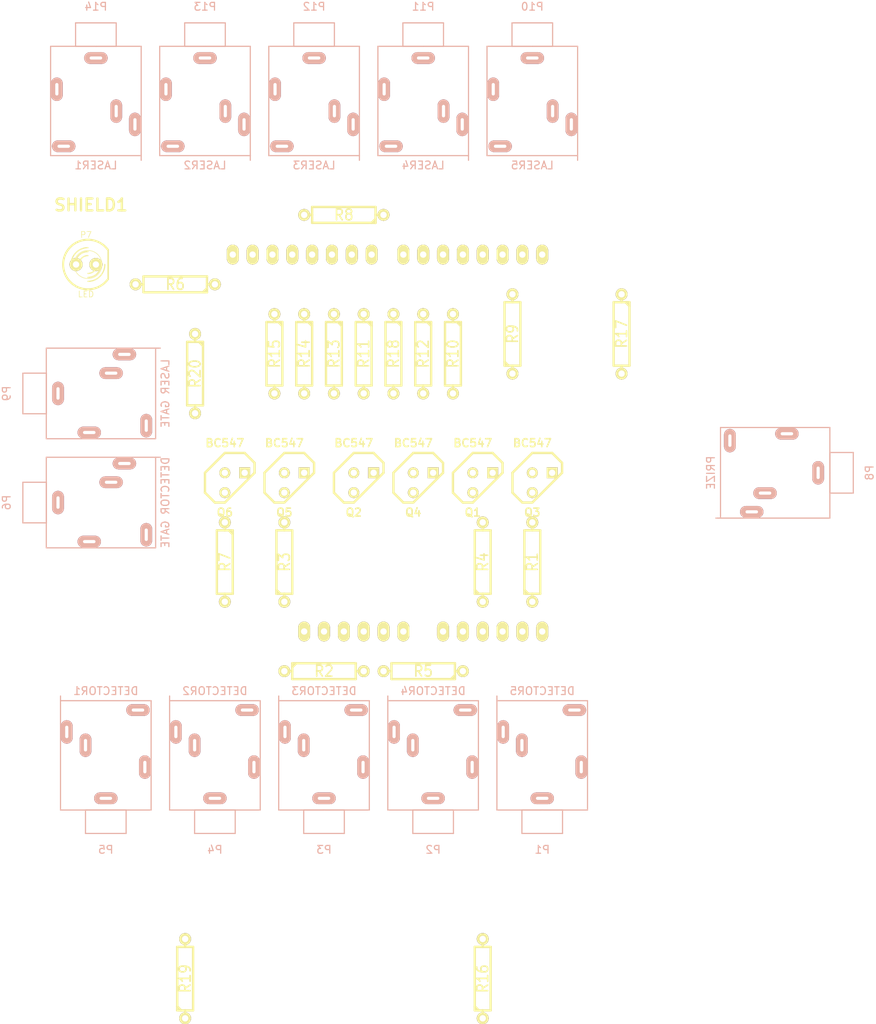
<source format=kicad_pcb>
(kicad_pcb (version 3) (host pcbnew "(2013-jul-07)-stable")

  (general
    (links 82)
    (no_connects 82)
    (area 0 0 0 0)
    (thickness 1.6)
    (drawings 0)
    (tracks 0)
    (zones 0)
    (modules 41)
    (nets 37)
  )

  (page A3)
  (layers
    (15 F.Cu signal)
    (0 B.Cu signal)
    (16 B.Adhes user)
    (17 F.Adhes user)
    (18 B.Paste user)
    (19 F.Paste user)
    (20 B.SilkS user)
    (21 F.SilkS user)
    (22 B.Mask user)
    (23 F.Mask user)
    (24 Dwgs.User user)
    (25 Cmts.User user)
    (26 Eco1.User user)
    (27 Eco2.User user)
    (28 Edge.Cuts user)
  )

  (setup
    (last_trace_width 0.254)
    (trace_clearance 0.254)
    (zone_clearance 0.508)
    (zone_45_only no)
    (trace_min 0.254)
    (segment_width 0.2)
    (edge_width 0.15)
    (via_size 0.889)
    (via_drill 0.635)
    (via_min_size 0.889)
    (via_min_drill 0.508)
    (uvia_size 0.508)
    (uvia_drill 0.127)
    (uvias_allowed no)
    (uvia_min_size 0.508)
    (uvia_min_drill 0.127)
    (pcb_text_width 0.3)
    (pcb_text_size 1.5 1.5)
    (mod_edge_width 0.15)
    (mod_text_size 1.5 1.5)
    (mod_text_width 0.15)
    (pad_size 1.524 1.524)
    (pad_drill 0.762)
    (pad_to_mask_clearance 0.2)
    (aux_axis_origin 0 0)
    (visible_elements FFFFFBBF)
    (pcbplotparams
      (layerselection 3178497)
      (usegerberextensions true)
      (excludeedgelayer true)
      (linewidth 0.100000)
      (plotframeref false)
      (viasonmask false)
      (mode 1)
      (useauxorigin false)
      (hpglpennumber 1)
      (hpglpenspeed 20)
      (hpglpendiameter 15)
      (hpglpenoverlay 2)
      (psnegative false)
      (psa4output false)
      (plotreference true)
      (plotvalue true)
      (plotothertext true)
      (plotinvisibletext false)
      (padsonsilk false)
      (subtractmaskfromsilk false)
      (outputformat 1)
      (mirror false)
      (drillshape 1)
      (scaleselection 1)
      (outputdirectory ""))
  )

  (net 0 "")
  (net 1 GND)
  (net 2 N-000001)
  (net 3 N-0000010)
  (net 4 N-0000011)
  (net 5 N-0000012)
  (net 6 N-0000013)
  (net 7 N-0000014)
  (net 8 N-0000015)
  (net 9 N-0000016)
  (net 10 N-0000017)
  (net 11 N-0000018)
  (net 12 N-0000019)
  (net 13 N-000002)
  (net 14 N-0000020)
  (net 15 N-0000021)
  (net 16 N-0000022)
  (net 17 N-0000023)
  (net 18 N-0000024)
  (net 19 N-0000025)
  (net 20 N-0000028)
  (net 21 N-000003)
  (net 22 N-0000035)
  (net 23 N-0000038)
  (net 24 N-000004)
  (net 25 N-0000041)
  (net 26 N-0000043)
  (net 27 N-0000045)
  (net 28 N-0000048)
  (net 29 N-0000053)
  (net 30 N-0000056)
  (net 31 N-0000059)
  (net 32 N-000006)
  (net 33 N-000007)
  (net 34 N-0000070)
  (net 35 N-000008)
  (net 36 N-000009)

  (net_class Default "This is the default net class."
    (clearance 0.254)
    (trace_width 0.254)
    (via_dia 0.889)
    (via_drill 0.635)
    (uvia_dia 0.508)
    (uvia_drill 0.127)
    (add_net "")
    (add_net GND)
    (add_net N-000001)
    (add_net N-0000010)
    (add_net N-0000011)
    (add_net N-0000012)
    (add_net N-0000013)
    (add_net N-0000014)
    (add_net N-0000015)
    (add_net N-0000016)
    (add_net N-0000017)
    (add_net N-0000018)
    (add_net N-0000019)
    (add_net N-000002)
    (add_net N-0000020)
    (add_net N-0000021)
    (add_net N-0000022)
    (add_net N-0000023)
    (add_net N-0000024)
    (add_net N-0000025)
    (add_net N-0000028)
    (add_net N-000003)
    (add_net N-0000035)
    (add_net N-0000038)
    (add_net N-000004)
    (add_net N-0000041)
    (add_net N-0000043)
    (add_net N-0000045)
    (add_net N-0000048)
    (add_net N-0000053)
    (add_net N-0000056)
    (add_net N-0000059)
    (add_net N-000006)
    (add_net N-000007)
    (add_net N-0000070)
    (add_net N-000008)
    (add_net N-000009)
  )

  (module TO92 (layer F.Cu) (tedit 443CFFD1) (tstamp 54DD1EFA)
    (at 241.3 147.32)
    (descr "Transistor TO92 brochage type BC237")
    (tags "TR TO92")
    (path /54D90396)
    (fp_text reference Q1 (at -1.27 3.81) (layer F.SilkS)
      (effects (font (size 1.016 1.016) (thickness 0.2032)))
    )
    (fp_text value BC547 (at -1.27 -5.08) (layer F.SilkS)
      (effects (font (size 1.016 1.016) (thickness 0.2032)))
    )
    (fp_line (start -1.27 2.54) (end 2.54 -1.27) (layer F.SilkS) (width 0.3048))
    (fp_line (start 2.54 -1.27) (end 2.54 -2.54) (layer F.SilkS) (width 0.3048))
    (fp_line (start 2.54 -2.54) (end 1.27 -3.81) (layer F.SilkS) (width 0.3048))
    (fp_line (start 1.27 -3.81) (end -1.27 -3.81) (layer F.SilkS) (width 0.3048))
    (fp_line (start -1.27 -3.81) (end -3.81 -1.27) (layer F.SilkS) (width 0.3048))
    (fp_line (start -3.81 -1.27) (end -3.81 1.27) (layer F.SilkS) (width 0.3048))
    (fp_line (start -3.81 1.27) (end -2.54 2.54) (layer F.SilkS) (width 0.3048))
    (fp_line (start -2.54 2.54) (end -1.27 2.54) (layer F.SilkS) (width 0.3048))
    (pad 1 thru_hole rect (at 1.27 -1.27) (size 1.397 1.397) (drill 0.8128)
      (layers *.Cu *.Mask F.SilkS)
      (net 8 N-0000015)
    )
    (pad 2 thru_hole circle (at -1.27 -1.27) (size 1.397 1.397) (drill 0.8128)
      (layers *.Cu *.Mask F.SilkS)
      (net 7 N-0000014)
    )
    (pad 3 thru_hole circle (at -1.27 1.27) (size 1.397 1.397) (drill 0.8128)
      (layers *.Cu *.Mask F.SilkS)
      (net 1 GND)
    )
    (model discret/to98.wrl
      (at (xyz 0 0 0))
      (scale (xyz 1 1 1))
      (rotate (xyz 0 0 0))
    )
  )

  (module TO92 (layer F.Cu) (tedit 443CFFD1) (tstamp 54DD1F09)
    (at 209.55 147.32)
    (descr "Transistor TO92 brochage type BC237")
    (tags "TR TO92")
    (path /54D90387)
    (fp_text reference Q6 (at -1.27 3.81) (layer F.SilkS)
      (effects (font (size 1.016 1.016) (thickness 0.2032)))
    )
    (fp_text value BC547 (at -1.27 -5.08) (layer F.SilkS)
      (effects (font (size 1.016 1.016) (thickness 0.2032)))
    )
    (fp_line (start -1.27 2.54) (end 2.54 -1.27) (layer F.SilkS) (width 0.3048))
    (fp_line (start 2.54 -1.27) (end 2.54 -2.54) (layer F.SilkS) (width 0.3048))
    (fp_line (start 2.54 -2.54) (end 1.27 -3.81) (layer F.SilkS) (width 0.3048))
    (fp_line (start 1.27 -3.81) (end -1.27 -3.81) (layer F.SilkS) (width 0.3048))
    (fp_line (start -1.27 -3.81) (end -3.81 -1.27) (layer F.SilkS) (width 0.3048))
    (fp_line (start -3.81 -1.27) (end -3.81 1.27) (layer F.SilkS) (width 0.3048))
    (fp_line (start -3.81 1.27) (end -2.54 2.54) (layer F.SilkS) (width 0.3048))
    (fp_line (start -2.54 2.54) (end -1.27 2.54) (layer F.SilkS) (width 0.3048))
    (pad 1 thru_hole rect (at 1.27 -1.27) (size 1.397 1.397) (drill 0.8128)
      (layers *.Cu *.Mask F.SilkS)
      (net 10 N-0000017)
    )
    (pad 2 thru_hole circle (at -1.27 -1.27) (size 1.397 1.397) (drill 0.8128)
      (layers *.Cu *.Mask F.SilkS)
      (net 9 N-0000016)
    )
    (pad 3 thru_hole circle (at -1.27 1.27) (size 1.397 1.397) (drill 0.8128)
      (layers *.Cu *.Mask F.SilkS)
      (net 1 GND)
    )
    (model discret/to98.wrl
      (at (xyz 0 0 0))
      (scale (xyz 1 1 1))
      (rotate (xyz 0 0 0))
    )
  )

  (module TO92 (layer F.Cu) (tedit 443CFFD1) (tstamp 54DD1F18)
    (at 217.17 147.32)
    (descr "Transistor TO92 brochage type BC237")
    (tags "TR TO92")
    (path /54D90378)
    (fp_text reference Q5 (at -1.27 3.81) (layer F.SilkS)
      (effects (font (size 1.016 1.016) (thickness 0.2032)))
    )
    (fp_text value BC547 (at -1.27 -5.08) (layer F.SilkS)
      (effects (font (size 1.016 1.016) (thickness 0.2032)))
    )
    (fp_line (start -1.27 2.54) (end 2.54 -1.27) (layer F.SilkS) (width 0.3048))
    (fp_line (start 2.54 -1.27) (end 2.54 -2.54) (layer F.SilkS) (width 0.3048))
    (fp_line (start 2.54 -2.54) (end 1.27 -3.81) (layer F.SilkS) (width 0.3048))
    (fp_line (start 1.27 -3.81) (end -1.27 -3.81) (layer F.SilkS) (width 0.3048))
    (fp_line (start -1.27 -3.81) (end -3.81 -1.27) (layer F.SilkS) (width 0.3048))
    (fp_line (start -3.81 -1.27) (end -3.81 1.27) (layer F.SilkS) (width 0.3048))
    (fp_line (start -3.81 1.27) (end -2.54 2.54) (layer F.SilkS) (width 0.3048))
    (fp_line (start -2.54 2.54) (end -1.27 2.54) (layer F.SilkS) (width 0.3048))
    (pad 1 thru_hole rect (at 1.27 -1.27) (size 1.397 1.397) (drill 0.8128)
      (layers *.Cu *.Mask F.SilkS)
      (net 12 N-0000019)
    )
    (pad 2 thru_hole circle (at -1.27 -1.27) (size 1.397 1.397) (drill 0.8128)
      (layers *.Cu *.Mask F.SilkS)
      (net 11 N-0000018)
    )
    (pad 3 thru_hole circle (at -1.27 1.27) (size 1.397 1.397) (drill 0.8128)
      (layers *.Cu *.Mask F.SilkS)
      (net 1 GND)
    )
    (model discret/to98.wrl
      (at (xyz 0 0 0))
      (scale (xyz 1 1 1))
      (rotate (xyz 0 0 0))
    )
  )

  (module TO92 (layer F.Cu) (tedit 443CFFD1) (tstamp 54DD1F27)
    (at 233.68 147.32)
    (descr "Transistor TO92 brochage type BC237")
    (tags "TR TO92")
    (path /54D90369)
    (fp_text reference Q4 (at -1.27 3.81) (layer F.SilkS)
      (effects (font (size 1.016 1.016) (thickness 0.2032)))
    )
    (fp_text value BC547 (at -1.27 -5.08) (layer F.SilkS)
      (effects (font (size 1.016 1.016) (thickness 0.2032)))
    )
    (fp_line (start -1.27 2.54) (end 2.54 -1.27) (layer F.SilkS) (width 0.3048))
    (fp_line (start 2.54 -1.27) (end 2.54 -2.54) (layer F.SilkS) (width 0.3048))
    (fp_line (start 2.54 -2.54) (end 1.27 -3.81) (layer F.SilkS) (width 0.3048))
    (fp_line (start 1.27 -3.81) (end -1.27 -3.81) (layer F.SilkS) (width 0.3048))
    (fp_line (start -1.27 -3.81) (end -3.81 -1.27) (layer F.SilkS) (width 0.3048))
    (fp_line (start -3.81 -1.27) (end -3.81 1.27) (layer F.SilkS) (width 0.3048))
    (fp_line (start -3.81 1.27) (end -2.54 2.54) (layer F.SilkS) (width 0.3048))
    (fp_line (start -2.54 2.54) (end -1.27 2.54) (layer F.SilkS) (width 0.3048))
    (pad 1 thru_hole rect (at 1.27 -1.27) (size 1.397 1.397) (drill 0.8128)
      (layers *.Cu *.Mask F.SilkS)
      (net 15 N-0000021)
    )
    (pad 2 thru_hole circle (at -1.27 -1.27) (size 1.397 1.397) (drill 0.8128)
      (layers *.Cu *.Mask F.SilkS)
      (net 14 N-0000020)
    )
    (pad 3 thru_hole circle (at -1.27 1.27) (size 1.397 1.397) (drill 0.8128)
      (layers *.Cu *.Mask F.SilkS)
      (net 1 GND)
    )
    (model discret/to98.wrl
      (at (xyz 0 0 0))
      (scale (xyz 1 1 1))
      (rotate (xyz 0 0 0))
    )
  )

  (module TO92 (layer F.Cu) (tedit 443CFFD1) (tstamp 54DD1F36)
    (at 248.92 147.32)
    (descr "Transistor TO92 brochage type BC237")
    (tags "TR TO92")
    (path /54D90354)
    (fp_text reference Q3 (at -1.27 3.81) (layer F.SilkS)
      (effects (font (size 1.016 1.016) (thickness 0.2032)))
    )
    (fp_text value BC547 (at -1.27 -5.08) (layer F.SilkS)
      (effects (font (size 1.016 1.016) (thickness 0.2032)))
    )
    (fp_line (start -1.27 2.54) (end 2.54 -1.27) (layer F.SilkS) (width 0.3048))
    (fp_line (start 2.54 -1.27) (end 2.54 -2.54) (layer F.SilkS) (width 0.3048))
    (fp_line (start 2.54 -2.54) (end 1.27 -3.81) (layer F.SilkS) (width 0.3048))
    (fp_line (start 1.27 -3.81) (end -1.27 -3.81) (layer F.SilkS) (width 0.3048))
    (fp_line (start -1.27 -3.81) (end -3.81 -1.27) (layer F.SilkS) (width 0.3048))
    (fp_line (start -3.81 -1.27) (end -3.81 1.27) (layer F.SilkS) (width 0.3048))
    (fp_line (start -3.81 1.27) (end -2.54 2.54) (layer F.SilkS) (width 0.3048))
    (fp_line (start -2.54 2.54) (end -1.27 2.54) (layer F.SilkS) (width 0.3048))
    (pad 1 thru_hole rect (at 1.27 -1.27) (size 1.397 1.397) (drill 0.8128)
      (layers *.Cu *.Mask F.SilkS)
      (net 16 N-0000022)
    )
    (pad 2 thru_hole circle (at -1.27 -1.27) (size 1.397 1.397) (drill 0.8128)
      (layers *.Cu *.Mask F.SilkS)
      (net 6 N-0000013)
    )
    (pad 3 thru_hole circle (at -1.27 1.27) (size 1.397 1.397) (drill 0.8128)
      (layers *.Cu *.Mask F.SilkS)
      (net 1 GND)
    )
    (model discret/to98.wrl
      (at (xyz 0 0 0))
      (scale (xyz 1 1 1))
      (rotate (xyz 0 0 0))
    )
  )

  (module TO92 (layer F.Cu) (tedit 443CFFD1) (tstamp 54DD1F45)
    (at 226.06 147.32)
    (descr "Transistor TO92 brochage type BC237")
    (tags "TR TO92")
    (path /54D9033E)
    (fp_text reference Q2 (at -1.27 3.81) (layer F.SilkS)
      (effects (font (size 1.016 1.016) (thickness 0.2032)))
    )
    (fp_text value BC547 (at -1.27 -5.08) (layer F.SilkS)
      (effects (font (size 1.016 1.016) (thickness 0.2032)))
    )
    (fp_line (start -1.27 2.54) (end 2.54 -1.27) (layer F.SilkS) (width 0.3048))
    (fp_line (start 2.54 -1.27) (end 2.54 -2.54) (layer F.SilkS) (width 0.3048))
    (fp_line (start 2.54 -2.54) (end 1.27 -3.81) (layer F.SilkS) (width 0.3048))
    (fp_line (start 1.27 -3.81) (end -1.27 -3.81) (layer F.SilkS) (width 0.3048))
    (fp_line (start -1.27 -3.81) (end -3.81 -1.27) (layer F.SilkS) (width 0.3048))
    (fp_line (start -3.81 -1.27) (end -3.81 1.27) (layer F.SilkS) (width 0.3048))
    (fp_line (start -3.81 1.27) (end -2.54 2.54) (layer F.SilkS) (width 0.3048))
    (fp_line (start -2.54 2.54) (end -1.27 2.54) (layer F.SilkS) (width 0.3048))
    (pad 1 thru_hole rect (at 1.27 -1.27) (size 1.397 1.397) (drill 0.8128)
      (layers *.Cu *.Mask F.SilkS)
      (net 18 N-0000024)
    )
    (pad 2 thru_hole circle (at -1.27 -1.27) (size 1.397 1.397) (drill 0.8128)
      (layers *.Cu *.Mask F.SilkS)
      (net 17 N-0000023)
    )
    (pad 3 thru_hole circle (at -1.27 1.27) (size 1.397 1.397) (drill 0.8128)
      (layers *.Cu *.Mask F.SilkS)
      (net 1 GND)
    )
    (model discret/to98.wrl
      (at (xyz 0 0 0))
      (scale (xyz 1 1 1))
      (rotate (xyz 0 0 0))
    )
  )

  (module R4 (layer F.Cu) (tedit 200000) (tstamp 54DD1F53)
    (at 218.44 130.81 270)
    (descr "Resitance 4 pas")
    (tags R)
    (path /54D9088B)
    (autoplace_cost180 10)
    (fp_text reference R14 (at 0 0 270) (layer F.SilkS)
      (effects (font (size 1.397 1.27) (thickness 0.2032)))
    )
    (fp_text value 1000 (at 0 0 270) (layer F.SilkS) hide
      (effects (font (size 1.397 1.27) (thickness 0.2032)))
    )
    (fp_line (start -5.08 0) (end -4.064 0) (layer F.SilkS) (width 0.3048))
    (fp_line (start -4.064 0) (end -4.064 -1.016) (layer F.SilkS) (width 0.3048))
    (fp_line (start -4.064 -1.016) (end 4.064 -1.016) (layer F.SilkS) (width 0.3048))
    (fp_line (start 4.064 -1.016) (end 4.064 1.016) (layer F.SilkS) (width 0.3048))
    (fp_line (start 4.064 1.016) (end -4.064 1.016) (layer F.SilkS) (width 0.3048))
    (fp_line (start -4.064 1.016) (end -4.064 0) (layer F.SilkS) (width 0.3048))
    (fp_line (start -4.064 -0.508) (end -3.556 -1.016) (layer F.SilkS) (width 0.3048))
    (fp_line (start 5.08 0) (end 4.064 0) (layer F.SilkS) (width 0.3048))
    (pad 1 thru_hole circle (at -5.08 0 270) (size 1.524 1.524) (drill 0.8128)
      (layers *.Cu *.Mask F.SilkS)
      (net 24 N-000004)
    )
    (pad 2 thru_hole circle (at 5.08 0 270) (size 1.524 1.524) (drill 0.8128)
      (layers *.Cu *.Mask F.SilkS)
      (net 11 N-0000018)
    )
    (model discret/resistor.wrl
      (at (xyz 0 0 0))
      (scale (xyz 0.4 0.4 0.4))
      (rotate (xyz 0 0 0))
    )
  )

  (module R4 (layer F.Cu) (tedit 200000) (tstamp 54DD1F61)
    (at 233.68 171.45 180)
    (descr "Resitance 4 pas")
    (tags R)
    (path /54D907F0)
    (autoplace_cost180 10)
    (fp_text reference R5 (at 0 0 180) (layer F.SilkS)
      (effects (font (size 1.397 1.27) (thickness 0.2032)))
    )
    (fp_text value 40k (at 0 0 180) (layer F.SilkS) hide
      (effects (font (size 1.397 1.27) (thickness 0.2032)))
    )
    (fp_line (start -5.08 0) (end -4.064 0) (layer F.SilkS) (width 0.3048))
    (fp_line (start -4.064 0) (end -4.064 -1.016) (layer F.SilkS) (width 0.3048))
    (fp_line (start -4.064 -1.016) (end 4.064 -1.016) (layer F.SilkS) (width 0.3048))
    (fp_line (start 4.064 -1.016) (end 4.064 1.016) (layer F.SilkS) (width 0.3048))
    (fp_line (start 4.064 1.016) (end -4.064 1.016) (layer F.SilkS) (width 0.3048))
    (fp_line (start -4.064 1.016) (end -4.064 0) (layer F.SilkS) (width 0.3048))
    (fp_line (start -4.064 -0.508) (end -3.556 -1.016) (layer F.SilkS) (width 0.3048))
    (fp_line (start 5.08 0) (end 4.064 0) (layer F.SilkS) (width 0.3048))
    (pad 1 thru_hole circle (at -5.08 0 180) (size 1.524 1.524) (drill 0.8128)
      (layers *.Cu *.Mask F.SilkS)
      (net 31 N-0000059)
    )
    (pad 2 thru_hole circle (at 5.08 0 180) (size 1.524 1.524) (drill 0.8128)
      (layers *.Cu *.Mask F.SilkS)
      (net 1 GND)
    )
    (model discret/resistor.wrl
      (at (xyz 0 0 0))
      (scale (xyz 0.4 0.4 0.4))
      (rotate (xyz 0 0 0))
    )
  )

  (module R4 (layer F.Cu) (tedit 200000) (tstamp 54DD1F6F)
    (at 208.28 157.48 270)
    (descr "Resitance 4 pas")
    (tags R)
    (path /54D907FF)
    (autoplace_cost180 10)
    (fp_text reference R7 (at 0 0 270) (layer F.SilkS)
      (effects (font (size 1.397 1.27) (thickness 0.2032)))
    )
    (fp_text value 40k (at 0 0 270) (layer F.SilkS) hide
      (effects (font (size 1.397 1.27) (thickness 0.2032)))
    )
    (fp_line (start -5.08 0) (end -4.064 0) (layer F.SilkS) (width 0.3048))
    (fp_line (start -4.064 0) (end -4.064 -1.016) (layer F.SilkS) (width 0.3048))
    (fp_line (start -4.064 -1.016) (end 4.064 -1.016) (layer F.SilkS) (width 0.3048))
    (fp_line (start 4.064 -1.016) (end 4.064 1.016) (layer F.SilkS) (width 0.3048))
    (fp_line (start 4.064 1.016) (end -4.064 1.016) (layer F.SilkS) (width 0.3048))
    (fp_line (start -4.064 1.016) (end -4.064 0) (layer F.SilkS) (width 0.3048))
    (fp_line (start -4.064 -0.508) (end -3.556 -1.016) (layer F.SilkS) (width 0.3048))
    (fp_line (start 5.08 0) (end 4.064 0) (layer F.SilkS) (width 0.3048))
    (pad 1 thru_hole circle (at -5.08 0 270) (size 1.524 1.524) (drill 0.8128)
      (layers *.Cu *.Mask F.SilkS)
      (net 1 GND)
    )
    (pad 2 thru_hole circle (at 5.08 0 270) (size 1.524 1.524) (drill 0.8128)
      (layers *.Cu *.Mask F.SilkS)
      (net 5 N-0000012)
    )
    (model discret/resistor.wrl
      (at (xyz 0 0 0))
      (scale (xyz 0.4 0.4 0.4))
      (rotate (xyz 0 0 0))
    )
  )

  (module R4 (layer F.Cu) (tedit 200000) (tstamp 54DD1F7D)
    (at 223.52 113.03 180)
    (descr "Resitance 4 pas")
    (tags R)
    (path /54D9080E)
    (autoplace_cost180 10)
    (fp_text reference R8 (at 0 0 180) (layer F.SilkS)
      (effects (font (size 1.397 1.27) (thickness 0.2032)))
    )
    (fp_text value 1000 (at 0 0 180) (layer F.SilkS) hide
      (effects (font (size 1.397 1.27) (thickness 0.2032)))
    )
    (fp_line (start -5.08 0) (end -4.064 0) (layer F.SilkS) (width 0.3048))
    (fp_line (start -4.064 0) (end -4.064 -1.016) (layer F.SilkS) (width 0.3048))
    (fp_line (start -4.064 -1.016) (end 4.064 -1.016) (layer F.SilkS) (width 0.3048))
    (fp_line (start 4.064 -1.016) (end 4.064 1.016) (layer F.SilkS) (width 0.3048))
    (fp_line (start 4.064 1.016) (end -4.064 1.016) (layer F.SilkS) (width 0.3048))
    (fp_line (start -4.064 1.016) (end -4.064 0) (layer F.SilkS) (width 0.3048))
    (fp_line (start -4.064 -0.508) (end -3.556 -1.016) (layer F.SilkS) (width 0.3048))
    (fp_line (start 5.08 0) (end 4.064 0) (layer F.SilkS) (width 0.3048))
    (pad 1 thru_hole circle (at -5.08 0 180) (size 1.524 1.524) (drill 0.8128)
      (layers *.Cu *.Mask F.SilkS)
      (net 22 N-0000035)
    )
    (pad 2 thru_hole circle (at 5.08 0 180) (size 1.524 1.524) (drill 0.8128)
      (layers *.Cu *.Mask F.SilkS)
      (net 1 GND)
    )
    (model discret/resistor.wrl
      (at (xyz 0 0 0))
      (scale (xyz 0.4 0.4 0.4))
      (rotate (xyz 0 0 0))
    )
  )

  (module R4 (layer F.Cu) (tedit 200000) (tstamp 54DD1F8B)
    (at 237.49 130.81 270)
    (descr "Resitance 4 pas")
    (tags R)
    (path /54D9086D)
    (autoplace_cost180 10)
    (fp_text reference R10 (at 0 0 270) (layer F.SilkS)
      (effects (font (size 1.397 1.27) (thickness 0.2032)))
    )
    (fp_text value 1000 (at 0 0 270) (layer F.SilkS) hide
      (effects (font (size 1.397 1.27) (thickness 0.2032)))
    )
    (fp_line (start -5.08 0) (end -4.064 0) (layer F.SilkS) (width 0.3048))
    (fp_line (start -4.064 0) (end -4.064 -1.016) (layer F.SilkS) (width 0.3048))
    (fp_line (start -4.064 -1.016) (end 4.064 -1.016) (layer F.SilkS) (width 0.3048))
    (fp_line (start 4.064 -1.016) (end 4.064 1.016) (layer F.SilkS) (width 0.3048))
    (fp_line (start 4.064 1.016) (end -4.064 1.016) (layer F.SilkS) (width 0.3048))
    (fp_line (start -4.064 1.016) (end -4.064 0) (layer F.SilkS) (width 0.3048))
    (fp_line (start -4.064 -0.508) (end -3.556 -1.016) (layer F.SilkS) (width 0.3048))
    (fp_line (start 5.08 0) (end 4.064 0) (layer F.SilkS) (width 0.3048))
    (pad 1 thru_hole circle (at -5.08 0 270) (size 1.524 1.524) (drill 0.8128)
      (layers *.Cu *.Mask F.SilkS)
      (net 4 N-0000011)
    )
    (pad 2 thru_hole circle (at 5.08 0 270) (size 1.524 1.524) (drill 0.8128)
      (layers *.Cu *.Mask F.SilkS)
      (net 7 N-0000014)
    )
    (model discret/resistor.wrl
      (at (xyz 0 0 0))
      (scale (xyz 0.4 0.4 0.4))
      (rotate (xyz 0 0 0))
    )
  )

  (module R4 (layer F.Cu) (tedit 200000) (tstamp 54DD1F99)
    (at 214.63 130.81 270)
    (descr "Resitance 4 pas")
    (tags R)
    (path /54D9087C)
    (autoplace_cost180 10)
    (fp_text reference R15 (at 0 0 270) (layer F.SilkS)
      (effects (font (size 1.397 1.27) (thickness 0.2032)))
    )
    (fp_text value 1000 (at 0 0 270) (layer F.SilkS) hide
      (effects (font (size 1.397 1.27) (thickness 0.2032)))
    )
    (fp_line (start -5.08 0) (end -4.064 0) (layer F.SilkS) (width 0.3048))
    (fp_line (start -4.064 0) (end -4.064 -1.016) (layer F.SilkS) (width 0.3048))
    (fp_line (start -4.064 -1.016) (end 4.064 -1.016) (layer F.SilkS) (width 0.3048))
    (fp_line (start 4.064 -1.016) (end 4.064 1.016) (layer F.SilkS) (width 0.3048))
    (fp_line (start 4.064 1.016) (end -4.064 1.016) (layer F.SilkS) (width 0.3048))
    (fp_line (start -4.064 1.016) (end -4.064 0) (layer F.SilkS) (width 0.3048))
    (fp_line (start -4.064 -0.508) (end -3.556 -1.016) (layer F.SilkS) (width 0.3048))
    (fp_line (start 5.08 0) (end 4.064 0) (layer F.SilkS) (width 0.3048))
    (pad 1 thru_hole circle (at -5.08 0 270) (size 1.524 1.524) (drill 0.8128)
      (layers *.Cu *.Mask F.SilkS)
      (net 21 N-000003)
    )
    (pad 2 thru_hole circle (at 5.08 0 270) (size 1.524 1.524) (drill 0.8128)
      (layers *.Cu *.Mask F.SilkS)
      (net 9 N-0000016)
    )
    (model discret/resistor.wrl
      (at (xyz 0 0 0))
      (scale (xyz 0.4 0.4 0.4))
      (rotate (xyz 0 0 0))
    )
  )

  (module R4 (layer F.Cu) (tedit 200000) (tstamp 54DD1FA7)
    (at 220.98 171.45)
    (descr "Resitance 4 pas")
    (tags R)
    (path /54D907C3)
    (autoplace_cost180 10)
    (fp_text reference R2 (at 0 0) (layer F.SilkS)
      (effects (font (size 1.397 1.27) (thickness 0.2032)))
    )
    (fp_text value 40k (at 0 0) (layer F.SilkS) hide
      (effects (font (size 1.397 1.27) (thickness 0.2032)))
    )
    (fp_line (start -5.08 0) (end -4.064 0) (layer F.SilkS) (width 0.3048))
    (fp_line (start -4.064 0) (end -4.064 -1.016) (layer F.SilkS) (width 0.3048))
    (fp_line (start -4.064 -1.016) (end 4.064 -1.016) (layer F.SilkS) (width 0.3048))
    (fp_line (start 4.064 -1.016) (end 4.064 1.016) (layer F.SilkS) (width 0.3048))
    (fp_line (start 4.064 1.016) (end -4.064 1.016) (layer F.SilkS) (width 0.3048))
    (fp_line (start -4.064 1.016) (end -4.064 0) (layer F.SilkS) (width 0.3048))
    (fp_line (start -4.064 -0.508) (end -3.556 -1.016) (layer F.SilkS) (width 0.3048))
    (fp_line (start 5.08 0) (end 4.064 0) (layer F.SilkS) (width 0.3048))
    (pad 1 thru_hole circle (at -5.08 0) (size 1.524 1.524) (drill 0.8128)
      (layers *.Cu *.Mask F.SilkS)
      (net 20 N-0000028)
    )
    (pad 2 thru_hole circle (at 5.08 0) (size 1.524 1.524) (drill 0.8128)
      (layers *.Cu *.Mask F.SilkS)
      (net 1 GND)
    )
    (model discret/resistor.wrl
      (at (xyz 0 0 0))
      (scale (xyz 0.4 0.4 0.4))
      (rotate (xyz 0 0 0))
    )
  )

  (module R4 (layer F.Cu) (tedit 200000) (tstamp 54DD1FB5)
    (at 222.25 130.81 270)
    (descr "Resitance 4 pas")
    (tags R)
    (path /54D9089A)
    (autoplace_cost180 10)
    (fp_text reference R13 (at 0 0 270) (layer F.SilkS)
      (effects (font (size 1.397 1.27) (thickness 0.2032)))
    )
    (fp_text value 1000 (at 0 0 270) (layer F.SilkS) hide
      (effects (font (size 1.397 1.27) (thickness 0.2032)))
    )
    (fp_line (start -5.08 0) (end -4.064 0) (layer F.SilkS) (width 0.3048))
    (fp_line (start -4.064 0) (end -4.064 -1.016) (layer F.SilkS) (width 0.3048))
    (fp_line (start -4.064 -1.016) (end 4.064 -1.016) (layer F.SilkS) (width 0.3048))
    (fp_line (start 4.064 -1.016) (end 4.064 1.016) (layer F.SilkS) (width 0.3048))
    (fp_line (start 4.064 1.016) (end -4.064 1.016) (layer F.SilkS) (width 0.3048))
    (fp_line (start -4.064 1.016) (end -4.064 0) (layer F.SilkS) (width 0.3048))
    (fp_line (start -4.064 -0.508) (end -3.556 -1.016) (layer F.SilkS) (width 0.3048))
    (fp_line (start 5.08 0) (end 4.064 0) (layer F.SilkS) (width 0.3048))
    (pad 1 thru_hole circle (at -5.08 0 270) (size 1.524 1.524) (drill 0.8128)
      (layers *.Cu *.Mask F.SilkS)
      (net 35 N-000008)
    )
    (pad 2 thru_hole circle (at 5.08 0 270) (size 1.524 1.524) (drill 0.8128)
      (layers *.Cu *.Mask F.SilkS)
      (net 14 N-0000020)
    )
    (model discret/resistor.wrl
      (at (xyz 0 0 0))
      (scale (xyz 0.4 0.4 0.4))
      (rotate (xyz 0 0 0))
    )
  )

  (module R4 (layer F.Cu) (tedit 200000) (tstamp 54DD1FC3)
    (at 233.68 130.81 270)
    (descr "Resitance 4 pas")
    (tags R)
    (path /54D908A9)
    (autoplace_cost180 10)
    (fp_text reference R12 (at 0 0 270) (layer F.SilkS)
      (effects (font (size 1.397 1.27) (thickness 0.2032)))
    )
    (fp_text value 1000 (at 0 0 270) (layer F.SilkS) hide
      (effects (font (size 1.397 1.27) (thickness 0.2032)))
    )
    (fp_line (start -5.08 0) (end -4.064 0) (layer F.SilkS) (width 0.3048))
    (fp_line (start -4.064 0) (end -4.064 -1.016) (layer F.SilkS) (width 0.3048))
    (fp_line (start -4.064 -1.016) (end 4.064 -1.016) (layer F.SilkS) (width 0.3048))
    (fp_line (start 4.064 -1.016) (end 4.064 1.016) (layer F.SilkS) (width 0.3048))
    (fp_line (start 4.064 1.016) (end -4.064 1.016) (layer F.SilkS) (width 0.3048))
    (fp_line (start -4.064 1.016) (end -4.064 0) (layer F.SilkS) (width 0.3048))
    (fp_line (start -4.064 -0.508) (end -3.556 -1.016) (layer F.SilkS) (width 0.3048))
    (fp_line (start 5.08 0) (end 4.064 0) (layer F.SilkS) (width 0.3048))
    (pad 1 thru_hole circle (at -5.08 0 270) (size 1.524 1.524) (drill 0.8128)
      (layers *.Cu *.Mask F.SilkS)
      (net 36 N-000009)
    )
    (pad 2 thru_hole circle (at 5.08 0 270) (size 1.524 1.524) (drill 0.8128)
      (layers *.Cu *.Mask F.SilkS)
      (net 6 N-0000013)
    )
    (model discret/resistor.wrl
      (at (xyz 0 0 0))
      (scale (xyz 0.4 0.4 0.4))
      (rotate (xyz 0 0 0))
    )
  )

  (module R4 (layer F.Cu) (tedit 200000) (tstamp 54DD1FD1)
    (at 226.06 130.81 270)
    (descr "Resitance 4 pas")
    (tags R)
    (path /54D908B8)
    (autoplace_cost180 10)
    (fp_text reference R11 (at 0 0 270) (layer F.SilkS)
      (effects (font (size 1.397 1.27) (thickness 0.2032)))
    )
    (fp_text value 1000 (at 0 0 270) (layer F.SilkS) hide
      (effects (font (size 1.397 1.27) (thickness 0.2032)))
    )
    (fp_line (start -5.08 0) (end -4.064 0) (layer F.SilkS) (width 0.3048))
    (fp_line (start -4.064 0) (end -4.064 -1.016) (layer F.SilkS) (width 0.3048))
    (fp_line (start -4.064 -1.016) (end 4.064 -1.016) (layer F.SilkS) (width 0.3048))
    (fp_line (start 4.064 -1.016) (end 4.064 1.016) (layer F.SilkS) (width 0.3048))
    (fp_line (start 4.064 1.016) (end -4.064 1.016) (layer F.SilkS) (width 0.3048))
    (fp_line (start -4.064 1.016) (end -4.064 0) (layer F.SilkS) (width 0.3048))
    (fp_line (start -4.064 -0.508) (end -3.556 -1.016) (layer F.SilkS) (width 0.3048))
    (fp_line (start 5.08 0) (end 4.064 0) (layer F.SilkS) (width 0.3048))
    (pad 1 thru_hole circle (at -5.08 0 270) (size 1.524 1.524) (drill 0.8128)
      (layers *.Cu *.Mask F.SilkS)
      (net 3 N-0000010)
    )
    (pad 2 thru_hole circle (at 5.08 0 270) (size 1.524 1.524) (drill 0.8128)
      (layers *.Cu *.Mask F.SilkS)
      (net 17 N-0000023)
    )
    (model discret/resistor.wrl
      (at (xyz 0 0 0))
      (scale (xyz 0.4 0.4 0.4))
      (rotate (xyz 0 0 0))
    )
  )

  (module R4 (layer F.Cu) (tedit 200000) (tstamp 54DD1FDF)
    (at 201.93 121.92 180)
    (descr "Resitance 4 pas")
    (tags R)
    (path /54DCEF3E)
    (autoplace_cost180 10)
    (fp_text reference R6 (at 0 0 180) (layer F.SilkS)
      (effects (font (size 1.397 1.27) (thickness 0.2032)))
    )
    (fp_text value 1000 (at 0 0 180) (layer F.SilkS) hide
      (effects (font (size 1.397 1.27) (thickness 0.2032)))
    )
    (fp_line (start -5.08 0) (end -4.064 0) (layer F.SilkS) (width 0.3048))
    (fp_line (start -4.064 0) (end -4.064 -1.016) (layer F.SilkS) (width 0.3048))
    (fp_line (start -4.064 -1.016) (end 4.064 -1.016) (layer F.SilkS) (width 0.3048))
    (fp_line (start 4.064 -1.016) (end 4.064 1.016) (layer F.SilkS) (width 0.3048))
    (fp_line (start 4.064 1.016) (end -4.064 1.016) (layer F.SilkS) (width 0.3048))
    (fp_line (start -4.064 1.016) (end -4.064 0) (layer F.SilkS) (width 0.3048))
    (fp_line (start -4.064 -0.508) (end -3.556 -1.016) (layer F.SilkS) (width 0.3048))
    (fp_line (start 5.08 0) (end 4.064 0) (layer F.SilkS) (width 0.3048))
    (pad 1 thru_hole circle (at -5.08 0 180) (size 1.524 1.524) (drill 0.8128)
      (layers *.Cu *.Mask F.SilkS)
      (net 1 GND)
    )
    (pad 2 thru_hole circle (at 5.08 0 180) (size 1.524 1.524) (drill 0.8128)
      (layers *.Cu *.Mask F.SilkS)
      (net 34 N-0000070)
    )
    (model discret/resistor.wrl
      (at (xyz 0 0 0))
      (scale (xyz 0.4 0.4 0.4))
      (rotate (xyz 0 0 0))
    )
  )

  (module R4 (layer F.Cu) (tedit 200000) (tstamp 54DD1FED)
    (at 241.3 210.82 90)
    (descr "Resitance 4 pas")
    (tags R)
    (path /54DCFDF0)
    (autoplace_cost180 10)
    (fp_text reference R16 (at 0 0 90) (layer F.SilkS)
      (effects (font (size 1.397 1.27) (thickness 0.2032)))
    )
    (fp_text value 22 (at 0 0 90) (layer F.SilkS) hide
      (effects (font (size 1.397 1.27) (thickness 0.2032)))
    )
    (fp_line (start -5.08 0) (end -4.064 0) (layer F.SilkS) (width 0.3048))
    (fp_line (start -4.064 0) (end -4.064 -1.016) (layer F.SilkS) (width 0.3048))
    (fp_line (start -4.064 -1.016) (end 4.064 -1.016) (layer F.SilkS) (width 0.3048))
    (fp_line (start 4.064 -1.016) (end 4.064 1.016) (layer F.SilkS) (width 0.3048))
    (fp_line (start 4.064 1.016) (end -4.064 1.016) (layer F.SilkS) (width 0.3048))
    (fp_line (start -4.064 1.016) (end -4.064 0) (layer F.SilkS) (width 0.3048))
    (fp_line (start -4.064 -0.508) (end -3.556 -1.016) (layer F.SilkS) (width 0.3048))
    (fp_line (start 5.08 0) (end 4.064 0) (layer F.SilkS) (width 0.3048))
    (pad 1 thru_hole circle (at -5.08 0 90) (size 1.524 1.524) (drill 0.8128)
      (layers *.Cu *.Mask F.SilkS)
      (net 28 N-0000048)
    )
    (pad 2 thru_hole circle (at 5.08 0 90) (size 1.524 1.524) (drill 0.8128)
      (layers *.Cu *.Mask F.SilkS)
      (net 18 N-0000024)
    )
    (model discret/resistor.wrl
      (at (xyz 0 0 0))
      (scale (xyz 0.4 0.4 0.4))
      (rotate (xyz 0 0 0))
    )
  )

  (module R4 (layer F.Cu) (tedit 200000) (tstamp 54DD1FFB)
    (at 259.08 128.27 270)
    (descr "Resitance 4 pas")
    (tags R)
    (path /54DCFDFF)
    (autoplace_cost180 10)
    (fp_text reference R17 (at 0 0 270) (layer F.SilkS)
      (effects (font (size 1.397 1.27) (thickness 0.2032)))
    )
    (fp_text value 22 (at 0 0 270) (layer F.SilkS) hide
      (effects (font (size 1.397 1.27) (thickness 0.2032)))
    )
    (fp_line (start -5.08 0) (end -4.064 0) (layer F.SilkS) (width 0.3048))
    (fp_line (start -4.064 0) (end -4.064 -1.016) (layer F.SilkS) (width 0.3048))
    (fp_line (start -4.064 -1.016) (end 4.064 -1.016) (layer F.SilkS) (width 0.3048))
    (fp_line (start 4.064 -1.016) (end 4.064 1.016) (layer F.SilkS) (width 0.3048))
    (fp_line (start 4.064 1.016) (end -4.064 1.016) (layer F.SilkS) (width 0.3048))
    (fp_line (start -4.064 1.016) (end -4.064 0) (layer F.SilkS) (width 0.3048))
    (fp_line (start -4.064 -0.508) (end -3.556 -1.016) (layer F.SilkS) (width 0.3048))
    (fp_line (start 5.08 0) (end 4.064 0) (layer F.SilkS) (width 0.3048))
    (pad 1 thru_hole circle (at -5.08 0 270) (size 1.524 1.524) (drill 0.8128)
      (layers *.Cu *.Mask F.SilkS)
      (net 26 N-0000043)
    )
    (pad 2 thru_hole circle (at 5.08 0 270) (size 1.524 1.524) (drill 0.8128)
      (layers *.Cu *.Mask F.SilkS)
      (net 16 N-0000022)
    )
    (model discret/resistor.wrl
      (at (xyz 0 0 0))
      (scale (xyz 0.4 0.4 0.4))
      (rotate (xyz 0 0 0))
    )
  )

  (module R4 (layer F.Cu) (tedit 200000) (tstamp 54DD2009)
    (at 229.87 130.81 270)
    (descr "Resitance 4 pas")
    (tags R)
    (path /54DCFE0E)
    (autoplace_cost180 10)
    (fp_text reference R18 (at 0 0 270) (layer F.SilkS)
      (effects (font (size 1.397 1.27) (thickness 0.2032)))
    )
    (fp_text value 22 (at 0 0 270) (layer F.SilkS) hide
      (effects (font (size 1.397 1.27) (thickness 0.2032)))
    )
    (fp_line (start -5.08 0) (end -4.064 0) (layer F.SilkS) (width 0.3048))
    (fp_line (start -4.064 0) (end -4.064 -1.016) (layer F.SilkS) (width 0.3048))
    (fp_line (start -4.064 -1.016) (end 4.064 -1.016) (layer F.SilkS) (width 0.3048))
    (fp_line (start 4.064 -1.016) (end 4.064 1.016) (layer F.SilkS) (width 0.3048))
    (fp_line (start 4.064 1.016) (end -4.064 1.016) (layer F.SilkS) (width 0.3048))
    (fp_line (start -4.064 1.016) (end -4.064 0) (layer F.SilkS) (width 0.3048))
    (fp_line (start -4.064 -0.508) (end -3.556 -1.016) (layer F.SilkS) (width 0.3048))
    (fp_line (start 5.08 0) (end 4.064 0) (layer F.SilkS) (width 0.3048))
    (pad 1 thru_hole circle (at -5.08 0 270) (size 1.524 1.524) (drill 0.8128)
      (layers *.Cu *.Mask F.SilkS)
      (net 25 N-0000041)
    )
    (pad 2 thru_hole circle (at 5.08 0 270) (size 1.524 1.524) (drill 0.8128)
      (layers *.Cu *.Mask F.SilkS)
      (net 15 N-0000021)
    )
    (model discret/resistor.wrl
      (at (xyz 0 0 0))
      (scale (xyz 0.4 0.4 0.4))
      (rotate (xyz 0 0 0))
    )
  )

  (module R4 (layer F.Cu) (tedit 200000) (tstamp 54DD2017)
    (at 203.2 210.82 90)
    (descr "Resitance 4 pas")
    (tags R)
    (path /54DCFE1D)
    (autoplace_cost180 10)
    (fp_text reference R19 (at 0 0 90) (layer F.SilkS)
      (effects (font (size 1.397 1.27) (thickness 0.2032)))
    )
    (fp_text value 22 (at 0 0 90) (layer F.SilkS) hide
      (effects (font (size 1.397 1.27) (thickness 0.2032)))
    )
    (fp_line (start -5.08 0) (end -4.064 0) (layer F.SilkS) (width 0.3048))
    (fp_line (start -4.064 0) (end -4.064 -1.016) (layer F.SilkS) (width 0.3048))
    (fp_line (start -4.064 -1.016) (end 4.064 -1.016) (layer F.SilkS) (width 0.3048))
    (fp_line (start 4.064 -1.016) (end 4.064 1.016) (layer F.SilkS) (width 0.3048))
    (fp_line (start 4.064 1.016) (end -4.064 1.016) (layer F.SilkS) (width 0.3048))
    (fp_line (start -4.064 1.016) (end -4.064 0) (layer F.SilkS) (width 0.3048))
    (fp_line (start -4.064 -0.508) (end -3.556 -1.016) (layer F.SilkS) (width 0.3048))
    (fp_line (start 5.08 0) (end 4.064 0) (layer F.SilkS) (width 0.3048))
    (pad 1 thru_hole circle (at -5.08 0 90) (size 1.524 1.524) (drill 0.8128)
      (layers *.Cu *.Mask F.SilkS)
      (net 23 N-0000038)
    )
    (pad 2 thru_hole circle (at 5.08 0 90) (size 1.524 1.524) (drill 0.8128)
      (layers *.Cu *.Mask F.SilkS)
      (net 12 N-0000019)
    )
    (model discret/resistor.wrl
      (at (xyz 0 0 0))
      (scale (xyz 0.4 0.4 0.4))
      (rotate (xyz 0 0 0))
    )
  )

  (module R4 (layer F.Cu) (tedit 200000) (tstamp 54DD2025)
    (at 204.47 133.35 270)
    (descr "Resitance 4 pas")
    (tags R)
    (path /54DCFE2C)
    (autoplace_cost180 10)
    (fp_text reference R20 (at 0 0 270) (layer F.SilkS)
      (effects (font (size 1.397 1.27) (thickness 0.2032)))
    )
    (fp_text value 22 (at 0 0 270) (layer F.SilkS) hide
      (effects (font (size 1.397 1.27) (thickness 0.2032)))
    )
    (fp_line (start -5.08 0) (end -4.064 0) (layer F.SilkS) (width 0.3048))
    (fp_line (start -4.064 0) (end -4.064 -1.016) (layer F.SilkS) (width 0.3048))
    (fp_line (start -4.064 -1.016) (end 4.064 -1.016) (layer F.SilkS) (width 0.3048))
    (fp_line (start 4.064 -1.016) (end 4.064 1.016) (layer F.SilkS) (width 0.3048))
    (fp_line (start 4.064 1.016) (end -4.064 1.016) (layer F.SilkS) (width 0.3048))
    (fp_line (start -4.064 1.016) (end -4.064 0) (layer F.SilkS) (width 0.3048))
    (fp_line (start -4.064 -0.508) (end -3.556 -1.016) (layer F.SilkS) (width 0.3048))
    (fp_line (start 5.08 0) (end 4.064 0) (layer F.SilkS) (width 0.3048))
    (pad 1 thru_hole circle (at -5.08 0 270) (size 1.524 1.524) (drill 0.8128)
      (layers *.Cu *.Mask F.SilkS)
      (net 27 N-0000045)
    )
    (pad 2 thru_hole circle (at 5.08 0 270) (size 1.524 1.524) (drill 0.8128)
      (layers *.Cu *.Mask F.SilkS)
      (net 10 N-0000017)
    )
    (model discret/resistor.wrl
      (at (xyz 0 0 0))
      (scale (xyz 0.4 0.4 0.4))
      (rotate (xyz 0 0 0))
    )
  )

  (module R4 (layer F.Cu) (tedit 200000) (tstamp 54DD2033)
    (at 245.11 128.27 90)
    (descr "Resitance 4 pas")
    (tags R)
    (path /54DCFE6D)
    (autoplace_cost180 10)
    (fp_text reference R9 (at 0 0 90) (layer F.SilkS)
      (effects (font (size 1.397 1.27) (thickness 0.2032)))
    )
    (fp_text value 22 (at 0 0 90) (layer F.SilkS) hide
      (effects (font (size 1.397 1.27) (thickness 0.2032)))
    )
    (fp_line (start -5.08 0) (end -4.064 0) (layer F.SilkS) (width 0.3048))
    (fp_line (start -4.064 0) (end -4.064 -1.016) (layer F.SilkS) (width 0.3048))
    (fp_line (start -4.064 -1.016) (end 4.064 -1.016) (layer F.SilkS) (width 0.3048))
    (fp_line (start 4.064 -1.016) (end 4.064 1.016) (layer F.SilkS) (width 0.3048))
    (fp_line (start 4.064 1.016) (end -4.064 1.016) (layer F.SilkS) (width 0.3048))
    (fp_line (start -4.064 1.016) (end -4.064 0) (layer F.SilkS) (width 0.3048))
    (fp_line (start -4.064 -0.508) (end -3.556 -1.016) (layer F.SilkS) (width 0.3048))
    (fp_line (start 5.08 0) (end 4.064 0) (layer F.SilkS) (width 0.3048))
    (pad 1 thru_hole circle (at -5.08 0 90) (size 1.524 1.524) (drill 0.8128)
      (layers *.Cu *.Mask F.SilkS)
      (net 33 N-000007)
    )
    (pad 2 thru_hole circle (at 5.08 0 90) (size 1.524 1.524) (drill 0.8128)
      (layers *.Cu *.Mask F.SilkS)
      (net 8 N-0000015)
    )
    (model discret/resistor.wrl
      (at (xyz 0 0 0))
      (scale (xyz 0.4 0.4 0.4))
      (rotate (xyz 0 0 0))
    )
  )

  (module R4 (layer F.Cu) (tedit 200000) (tstamp 54DD2041)
    (at 215.9 157.48 90)
    (descr "Resitance 4 pas")
    (tags R)
    (path /54D907D2)
    (autoplace_cost180 10)
    (fp_text reference R3 (at 0 0 90) (layer F.SilkS)
      (effects (font (size 1.397 1.27) (thickness 0.2032)))
    )
    (fp_text value 40k (at 0 0 90) (layer F.SilkS) hide
      (effects (font (size 1.397 1.27) (thickness 0.2032)))
    )
    (fp_line (start -5.08 0) (end -4.064 0) (layer F.SilkS) (width 0.3048))
    (fp_line (start -4.064 0) (end -4.064 -1.016) (layer F.SilkS) (width 0.3048))
    (fp_line (start -4.064 -1.016) (end 4.064 -1.016) (layer F.SilkS) (width 0.3048))
    (fp_line (start 4.064 -1.016) (end 4.064 1.016) (layer F.SilkS) (width 0.3048))
    (fp_line (start 4.064 1.016) (end -4.064 1.016) (layer F.SilkS) (width 0.3048))
    (fp_line (start -4.064 1.016) (end -4.064 0) (layer F.SilkS) (width 0.3048))
    (fp_line (start -4.064 -0.508) (end -3.556 -1.016) (layer F.SilkS) (width 0.3048))
    (fp_line (start 5.08 0) (end 4.064 0) (layer F.SilkS) (width 0.3048))
    (pad 1 thru_hole circle (at -5.08 0 90) (size 1.524 1.524) (drill 0.8128)
      (layers *.Cu *.Mask F.SilkS)
      (net 29 N-0000053)
    )
    (pad 2 thru_hole circle (at 5.08 0 90) (size 1.524 1.524) (drill 0.8128)
      (layers *.Cu *.Mask F.SilkS)
      (net 1 GND)
    )
    (model discret/resistor.wrl
      (at (xyz 0 0 0))
      (scale (xyz 0.4 0.4 0.4))
      (rotate (xyz 0 0 0))
    )
  )

  (module R4 (layer F.Cu) (tedit 200000) (tstamp 54DD204F)
    (at 241.3 157.48 90)
    (descr "Resitance 4 pas")
    (tags R)
    (path /54D907E1)
    (autoplace_cost180 10)
    (fp_text reference R4 (at 0 0 90) (layer F.SilkS)
      (effects (font (size 1.397 1.27) (thickness 0.2032)))
    )
    (fp_text value 40k (at 0 0 90) (layer F.SilkS) hide
      (effects (font (size 1.397 1.27) (thickness 0.2032)))
    )
    (fp_line (start -5.08 0) (end -4.064 0) (layer F.SilkS) (width 0.3048))
    (fp_line (start -4.064 0) (end -4.064 -1.016) (layer F.SilkS) (width 0.3048))
    (fp_line (start -4.064 -1.016) (end 4.064 -1.016) (layer F.SilkS) (width 0.3048))
    (fp_line (start 4.064 -1.016) (end 4.064 1.016) (layer F.SilkS) (width 0.3048))
    (fp_line (start 4.064 1.016) (end -4.064 1.016) (layer F.SilkS) (width 0.3048))
    (fp_line (start -4.064 1.016) (end -4.064 0) (layer F.SilkS) (width 0.3048))
    (fp_line (start -4.064 -0.508) (end -3.556 -1.016) (layer F.SilkS) (width 0.3048))
    (fp_line (start 5.08 0) (end 4.064 0) (layer F.SilkS) (width 0.3048))
    (pad 1 thru_hole circle (at -5.08 0 90) (size 1.524 1.524) (drill 0.8128)
      (layers *.Cu *.Mask F.SilkS)
      (net 30 N-0000056)
    )
    (pad 2 thru_hole circle (at 5.08 0 90) (size 1.524 1.524) (drill 0.8128)
      (layers *.Cu *.Mask F.SilkS)
      (net 1 GND)
    )
    (model discret/resistor.wrl
      (at (xyz 0 0 0))
      (scale (xyz 0.4 0.4 0.4))
      (rotate (xyz 0 0 0))
    )
  )

  (module R4 (layer F.Cu) (tedit 200000) (tstamp 54DD205D)
    (at 247.65 157.48 90)
    (descr "Resitance 4 pas")
    (tags R)
    (path /54D907B4)
    (autoplace_cost180 10)
    (fp_text reference R1 (at 0 0 90) (layer F.SilkS)
      (effects (font (size 1.397 1.27) (thickness 0.2032)))
    )
    (fp_text value 40k (at 0 0 90) (layer F.SilkS) hide
      (effects (font (size 1.397 1.27) (thickness 0.2032)))
    )
    (fp_line (start -5.08 0) (end -4.064 0) (layer F.SilkS) (width 0.3048))
    (fp_line (start -4.064 0) (end -4.064 -1.016) (layer F.SilkS) (width 0.3048))
    (fp_line (start -4.064 -1.016) (end 4.064 -1.016) (layer F.SilkS) (width 0.3048))
    (fp_line (start 4.064 -1.016) (end 4.064 1.016) (layer F.SilkS) (width 0.3048))
    (fp_line (start 4.064 1.016) (end -4.064 1.016) (layer F.SilkS) (width 0.3048))
    (fp_line (start -4.064 1.016) (end -4.064 0) (layer F.SilkS) (width 0.3048))
    (fp_line (start -4.064 -0.508) (end -3.556 -1.016) (layer F.SilkS) (width 0.3048))
    (fp_line (start 5.08 0) (end 4.064 0) (layer F.SilkS) (width 0.3048))
    (pad 1 thru_hole circle (at -5.08 0 90) (size 1.524 1.524) (drill 0.8128)
      (layers *.Cu *.Mask F.SilkS)
      (net 19 N-0000025)
    )
    (pad 2 thru_hole circle (at 5.08 0 90) (size 1.524 1.524) (drill 0.8128)
      (layers *.Cu *.Mask F.SilkS)
      (net 1 GND)
    )
    (model discret/resistor.wrl
      (at (xyz 0 0 0))
      (scale (xyz 0.4 0.4 0.4))
      (rotate (xyz 0 0 0))
    )
  )

  (module LED-5MM (layer F.Cu) (tedit 50ADE86B) (tstamp 54DD206C)
    (at 190.5 119.38)
    (descr "LED 5mm - Lead pitch 100mil (2,54mm)")
    (tags "LED led 5mm 5MM 100mil 2,54mm")
    (path /54DCEE5F)
    (fp_text reference P7 (at 0 -3.81) (layer F.SilkS)
      (effects (font (size 0.762 0.762) (thickness 0.0889)))
    )
    (fp_text value LED (at 0 3.81) (layer F.SilkS)
      (effects (font (size 0.762 0.762) (thickness 0.0889)))
    )
    (fp_line (start 2.8448 1.905) (end 2.8448 -1.905) (layer F.SilkS) (width 0.2032))
    (fp_circle (center 0.254 0) (end -1.016 1.27) (layer F.SilkS) (width 0.0762))
    (fp_arc (start 0.254 0) (end 2.794 1.905) (angle 286.2) (layer F.SilkS) (width 0.254))
    (fp_arc (start 0.254 0) (end -0.889 0) (angle 90) (layer F.SilkS) (width 0.1524))
    (fp_arc (start 0.254 0) (end 1.397 0) (angle 90) (layer F.SilkS) (width 0.1524))
    (fp_arc (start 0.254 0) (end -1.397 0) (angle 90) (layer F.SilkS) (width 0.1524))
    (fp_arc (start 0.254 0) (end 1.905 0) (angle 90) (layer F.SilkS) (width 0.1524))
    (fp_arc (start 0.254 0) (end -1.905 0) (angle 90) (layer F.SilkS) (width 0.1524))
    (fp_arc (start 0.254 0) (end 2.413 0) (angle 90) (layer F.SilkS) (width 0.1524))
    (pad 1 thru_hole circle (at -1.27 0) (size 1.6764 1.6764) (drill 0.8128)
      (layers *.Cu *.Mask F.SilkS)
      (net 34 N-0000070)
    )
    (pad 2 thru_hole circle (at 1.27 0) (size 1.6764 1.6764) (drill 0.8128)
      (layers *.Cu *.Mask F.SilkS)
      (net 13 N-000002)
    )
    (model discret/leds/led5_vertical_verde.wrl
      (at (xyz 0 0 0))
      (scale (xyz 1 1 1))
      (rotate (xyz 0 0 0))
    )
  )

  (module audiojack (layer B.Cu) (tedit 54DD1C38) (tstamp 54DD207F)
    (at 247.65 91.44 180)
    (path /54D90107)
    (fp_text reference P10 (at 0 5.08 180) (layer B.SilkS)
      (effects (font (size 1 1) (thickness 0.15)) (justify mirror))
    )
    (fp_text value LASER5 (at 0 -15.24 180) (layer B.SilkS)
      (effects (font (size 1 1) (thickness 0.15)) (justify mirror))
    )
    (fp_line (start 0 0) (end -5.8 0) (layer B.SilkS) (width 0.15))
    (fp_line (start -5.8 0) (end -5.8 -14.6) (layer B.SilkS) (width 0.15))
    (fp_line (start -5.8 -14) (end 5.8 -14) (layer B.SilkS) (width 0.15))
    (fp_line (start 5.8 -14) (end 5.8 0) (layer B.SilkS) (width 0.15))
    (fp_line (start 5.8 0) (end 0.1 0) (layer B.SilkS) (width 0.15))
    (fp_line (start 0 0) (end 2.6 0) (layer B.SilkS) (width 0.15))
    (fp_line (start 2.6 0) (end 2.6 3) (layer B.SilkS) (width 0.15))
    (fp_line (start 2.6 3) (end -2.6 3) (layer B.SilkS) (width 0.15))
    (fp_line (start -2.6 3) (end -2.6 0) (layer B.SilkS) (width 0.15))
    (fp_line (start -2.6 0) (end 0 0) (layer B.SilkS) (width 0.15))
    (pad 1 thru_hole oval (at -5 -10 180) (size 1.5 3) (drill oval 0.4 1.6)
      (layers *.Cu *.Mask B.SilkS)
      (net 2 N-000001)
    )
    (pad 1 thru_hole oval (at 5 -5.5 180) (size 1.5 3) (drill oval 0.4 1.6)
      (layers *.Cu *.Mask B.SilkS)
      (net 2 N-000001)
    )
    (pad 3 thru_hole oval (at -2.6 -8.3 180) (size 1.5 3) (drill oval 0.4 1.6)
      (layers *.Cu *.Mask B.SilkS)
      (net 28 N-0000048)
    )
    (pad 4 thru_hole oval (at 0 -1.5 180) (size 3 1.5) (drill oval 1.6 0.4)
      (layers *.Cu *.Mask B.SilkS)
    )
    (pad 2 thru_hole oval (at 4.12 -12.8 180) (size 3 1.5) (drill oval 1.6 0.4)
      (layers *.Cu *.Mask B.SilkS)
    )
  )

  (module audiojack (layer B.Cu) (tedit 54DD1C38) (tstamp 54DD2092)
    (at 233.68 91.44 180)
    (path /54D9013E)
    (fp_text reference P11 (at 0 5.08 180) (layer B.SilkS)
      (effects (font (size 1 1) (thickness 0.15)) (justify mirror))
    )
    (fp_text value LASER4 (at 0 -15.24 180) (layer B.SilkS)
      (effects (font (size 1 1) (thickness 0.15)) (justify mirror))
    )
    (fp_line (start 0 0) (end -5.8 0) (layer B.SilkS) (width 0.15))
    (fp_line (start -5.8 0) (end -5.8 -14.6) (layer B.SilkS) (width 0.15))
    (fp_line (start -5.8 -14) (end 5.8 -14) (layer B.SilkS) (width 0.15))
    (fp_line (start 5.8 -14) (end 5.8 0) (layer B.SilkS) (width 0.15))
    (fp_line (start 5.8 0) (end 0.1 0) (layer B.SilkS) (width 0.15))
    (fp_line (start 0 0) (end 2.6 0) (layer B.SilkS) (width 0.15))
    (fp_line (start 2.6 0) (end 2.6 3) (layer B.SilkS) (width 0.15))
    (fp_line (start 2.6 3) (end -2.6 3) (layer B.SilkS) (width 0.15))
    (fp_line (start -2.6 3) (end -2.6 0) (layer B.SilkS) (width 0.15))
    (fp_line (start -2.6 0) (end 0 0) (layer B.SilkS) (width 0.15))
    (pad 1 thru_hole oval (at -5 -10 180) (size 1.5 3) (drill oval 0.4 1.6)
      (layers *.Cu *.Mask B.SilkS)
      (net 2 N-000001)
    )
    (pad 1 thru_hole oval (at 5 -5.5 180) (size 1.5 3) (drill oval 0.4 1.6)
      (layers *.Cu *.Mask B.SilkS)
      (net 2 N-000001)
    )
    (pad 3 thru_hole oval (at -2.6 -8.3 180) (size 1.5 3) (drill oval 0.4 1.6)
      (layers *.Cu *.Mask B.SilkS)
      (net 26 N-0000043)
    )
    (pad 4 thru_hole oval (at 0 -1.5 180) (size 3 1.5) (drill oval 1.6 0.4)
      (layers *.Cu *.Mask B.SilkS)
    )
    (pad 2 thru_hole oval (at 4.12 -12.8 180) (size 3 1.5) (drill oval 1.6 0.4)
      (layers *.Cu *.Mask B.SilkS)
    )
  )

  (module audiojack (layer B.Cu) (tedit 54DD1C38) (tstamp 54DD20A5)
    (at 219.71 91.44 180)
    (path /54D90170)
    (fp_text reference P12 (at 0 5.08 180) (layer B.SilkS)
      (effects (font (size 1 1) (thickness 0.15)) (justify mirror))
    )
    (fp_text value LASER3 (at 0 -15.24 180) (layer B.SilkS)
      (effects (font (size 1 1) (thickness 0.15)) (justify mirror))
    )
    (fp_line (start 0 0) (end -5.8 0) (layer B.SilkS) (width 0.15))
    (fp_line (start -5.8 0) (end -5.8 -14.6) (layer B.SilkS) (width 0.15))
    (fp_line (start -5.8 -14) (end 5.8 -14) (layer B.SilkS) (width 0.15))
    (fp_line (start 5.8 -14) (end 5.8 0) (layer B.SilkS) (width 0.15))
    (fp_line (start 5.8 0) (end 0.1 0) (layer B.SilkS) (width 0.15))
    (fp_line (start 0 0) (end 2.6 0) (layer B.SilkS) (width 0.15))
    (fp_line (start 2.6 0) (end 2.6 3) (layer B.SilkS) (width 0.15))
    (fp_line (start 2.6 3) (end -2.6 3) (layer B.SilkS) (width 0.15))
    (fp_line (start -2.6 3) (end -2.6 0) (layer B.SilkS) (width 0.15))
    (fp_line (start -2.6 0) (end 0 0) (layer B.SilkS) (width 0.15))
    (pad 1 thru_hole oval (at -5 -10 180) (size 1.5 3) (drill oval 0.4 1.6)
      (layers *.Cu *.Mask B.SilkS)
      (net 2 N-000001)
    )
    (pad 1 thru_hole oval (at 5 -5.5 180) (size 1.5 3) (drill oval 0.4 1.6)
      (layers *.Cu *.Mask B.SilkS)
      (net 2 N-000001)
    )
    (pad 3 thru_hole oval (at -2.6 -8.3 180) (size 1.5 3) (drill oval 0.4 1.6)
      (layers *.Cu *.Mask B.SilkS)
      (net 25 N-0000041)
    )
    (pad 4 thru_hole oval (at 0 -1.5 180) (size 3 1.5) (drill oval 1.6 0.4)
      (layers *.Cu *.Mask B.SilkS)
    )
    (pad 2 thru_hole oval (at 4.12 -12.8 180) (size 3 1.5) (drill oval 1.6 0.4)
      (layers *.Cu *.Mask B.SilkS)
    )
  )

  (module audiojack (layer B.Cu) (tedit 54DD1C38) (tstamp 54DD20B8)
    (at 205.74 91.44 180)
    (path /54D901AC)
    (fp_text reference P13 (at 0 5.08 180) (layer B.SilkS)
      (effects (font (size 1 1) (thickness 0.15)) (justify mirror))
    )
    (fp_text value LASER2 (at 0 -15.24 180) (layer B.SilkS)
      (effects (font (size 1 1) (thickness 0.15)) (justify mirror))
    )
    (fp_line (start 0 0) (end -5.8 0) (layer B.SilkS) (width 0.15))
    (fp_line (start -5.8 0) (end -5.8 -14.6) (layer B.SilkS) (width 0.15))
    (fp_line (start -5.8 -14) (end 5.8 -14) (layer B.SilkS) (width 0.15))
    (fp_line (start 5.8 -14) (end 5.8 0) (layer B.SilkS) (width 0.15))
    (fp_line (start 5.8 0) (end 0.1 0) (layer B.SilkS) (width 0.15))
    (fp_line (start 0 0) (end 2.6 0) (layer B.SilkS) (width 0.15))
    (fp_line (start 2.6 0) (end 2.6 3) (layer B.SilkS) (width 0.15))
    (fp_line (start 2.6 3) (end -2.6 3) (layer B.SilkS) (width 0.15))
    (fp_line (start -2.6 3) (end -2.6 0) (layer B.SilkS) (width 0.15))
    (fp_line (start -2.6 0) (end 0 0) (layer B.SilkS) (width 0.15))
    (pad 1 thru_hole oval (at -5 -10 180) (size 1.5 3) (drill oval 0.4 1.6)
      (layers *.Cu *.Mask B.SilkS)
      (net 2 N-000001)
    )
    (pad 1 thru_hole oval (at 5 -5.5 180) (size 1.5 3) (drill oval 0.4 1.6)
      (layers *.Cu *.Mask B.SilkS)
      (net 2 N-000001)
    )
    (pad 3 thru_hole oval (at -2.6 -8.3 180) (size 1.5 3) (drill oval 0.4 1.6)
      (layers *.Cu *.Mask B.SilkS)
      (net 23 N-0000038)
    )
    (pad 4 thru_hole oval (at 0 -1.5 180) (size 3 1.5) (drill oval 1.6 0.4)
      (layers *.Cu *.Mask B.SilkS)
    )
    (pad 2 thru_hole oval (at 4.12 -12.8 180) (size 3 1.5) (drill oval 1.6 0.4)
      (layers *.Cu *.Mask B.SilkS)
    )
  )

  (module audiojack (layer B.Cu) (tedit 54DD1C38) (tstamp 54DD20CB)
    (at 191.77 91.44 180)
    (path /54D901BB)
    (fp_text reference P14 (at 0 5.08 180) (layer B.SilkS)
      (effects (font (size 1 1) (thickness 0.15)) (justify mirror))
    )
    (fp_text value LASER1 (at 0 -15.24 180) (layer B.SilkS)
      (effects (font (size 1 1) (thickness 0.15)) (justify mirror))
    )
    (fp_line (start 0 0) (end -5.8 0) (layer B.SilkS) (width 0.15))
    (fp_line (start -5.8 0) (end -5.8 -14.6) (layer B.SilkS) (width 0.15))
    (fp_line (start -5.8 -14) (end 5.8 -14) (layer B.SilkS) (width 0.15))
    (fp_line (start 5.8 -14) (end 5.8 0) (layer B.SilkS) (width 0.15))
    (fp_line (start 5.8 0) (end 0.1 0) (layer B.SilkS) (width 0.15))
    (fp_line (start 0 0) (end 2.6 0) (layer B.SilkS) (width 0.15))
    (fp_line (start 2.6 0) (end 2.6 3) (layer B.SilkS) (width 0.15))
    (fp_line (start 2.6 3) (end -2.6 3) (layer B.SilkS) (width 0.15))
    (fp_line (start -2.6 3) (end -2.6 0) (layer B.SilkS) (width 0.15))
    (fp_line (start -2.6 0) (end 0 0) (layer B.SilkS) (width 0.15))
    (pad 1 thru_hole oval (at -5 -10 180) (size 1.5 3) (drill oval 0.4 1.6)
      (layers *.Cu *.Mask B.SilkS)
      (net 2 N-000001)
    )
    (pad 1 thru_hole oval (at 5 -5.5 180) (size 1.5 3) (drill oval 0.4 1.6)
      (layers *.Cu *.Mask B.SilkS)
      (net 2 N-000001)
    )
    (pad 3 thru_hole oval (at -2.6 -8.3 180) (size 1.5 3) (drill oval 0.4 1.6)
      (layers *.Cu *.Mask B.SilkS)
      (net 27 N-0000045)
    )
    (pad 4 thru_hole oval (at 0 -1.5 180) (size 3 1.5) (drill oval 1.6 0.4)
      (layers *.Cu *.Mask B.SilkS)
    )
    (pad 2 thru_hole oval (at 4.12 -12.8 180) (size 3 1.5) (drill oval 1.6 0.4)
      (layers *.Cu *.Mask B.SilkS)
    )
  )

  (module audiojack (layer B.Cu) (tedit 54DD1C38) (tstamp 54DD20DE)
    (at 185.42 135.89 270)
    (path /54D90215)
    (fp_text reference P9 (at 0 5.08 270) (layer B.SilkS)
      (effects (font (size 1 1) (thickness 0.15)) (justify mirror))
    )
    (fp_text value "LASER GATE" (at 0 -15.24 270) (layer B.SilkS)
      (effects (font (size 1 1) (thickness 0.15)) (justify mirror))
    )
    (fp_line (start 0 0) (end -5.8 0) (layer B.SilkS) (width 0.15))
    (fp_line (start -5.8 0) (end -5.8 -14.6) (layer B.SilkS) (width 0.15))
    (fp_line (start -5.8 -14) (end 5.8 -14) (layer B.SilkS) (width 0.15))
    (fp_line (start 5.8 -14) (end 5.8 0) (layer B.SilkS) (width 0.15))
    (fp_line (start 5.8 0) (end 0.1 0) (layer B.SilkS) (width 0.15))
    (fp_line (start 0 0) (end 2.6 0) (layer B.SilkS) (width 0.15))
    (fp_line (start 2.6 0) (end 2.6 3) (layer B.SilkS) (width 0.15))
    (fp_line (start 2.6 3) (end -2.6 3) (layer B.SilkS) (width 0.15))
    (fp_line (start -2.6 3) (end -2.6 0) (layer B.SilkS) (width 0.15))
    (fp_line (start -2.6 0) (end 0 0) (layer B.SilkS) (width 0.15))
    (pad 1 thru_hole oval (at -5 -10 270) (size 1.5 3) (drill oval 0.4 1.6)
      (layers *.Cu *.Mask B.SilkS)
      (net 2 N-000001)
    )
    (pad 1 thru_hole oval (at 5 -5.5 270) (size 1.5 3) (drill oval 0.4 1.6)
      (layers *.Cu *.Mask B.SilkS)
      (net 2 N-000001)
    )
    (pad 3 thru_hole oval (at -2.6 -8.3 270) (size 1.5 3) (drill oval 0.4 1.6)
      (layers *.Cu *.Mask B.SilkS)
      (net 33 N-000007)
    )
    (pad 4 thru_hole oval (at 0 -1.5 270) (size 3 1.5) (drill oval 1.6 0.4)
      (layers *.Cu *.Mask B.SilkS)
    )
    (pad 2 thru_hole oval (at 4.12 -12.8 270) (size 3 1.5) (drill oval 1.6 0.4)
      (layers *.Cu *.Mask B.SilkS)
    )
  )

  (module audiojack (layer B.Cu) (tedit 54DD1C38) (tstamp 54DD20F1)
    (at 185.42 149.86 270)
    (path /54D90224)
    (fp_text reference P6 (at 0 5.08 270) (layer B.SilkS)
      (effects (font (size 1 1) (thickness 0.15)) (justify mirror))
    )
    (fp_text value "DETECTOR GATE" (at 0 -15.24 270) (layer B.SilkS)
      (effects (font (size 1 1) (thickness 0.15)) (justify mirror))
    )
    (fp_line (start 0 0) (end -5.8 0) (layer B.SilkS) (width 0.15))
    (fp_line (start -5.8 0) (end -5.8 -14.6) (layer B.SilkS) (width 0.15))
    (fp_line (start -5.8 -14) (end 5.8 -14) (layer B.SilkS) (width 0.15))
    (fp_line (start 5.8 -14) (end 5.8 0) (layer B.SilkS) (width 0.15))
    (fp_line (start 5.8 0) (end 0.1 0) (layer B.SilkS) (width 0.15))
    (fp_line (start 0 0) (end 2.6 0) (layer B.SilkS) (width 0.15))
    (fp_line (start 2.6 0) (end 2.6 3) (layer B.SilkS) (width 0.15))
    (fp_line (start 2.6 3) (end -2.6 3) (layer B.SilkS) (width 0.15))
    (fp_line (start -2.6 3) (end -2.6 0) (layer B.SilkS) (width 0.15))
    (fp_line (start -2.6 0) (end 0 0) (layer B.SilkS) (width 0.15))
    (pad 1 thru_hole oval (at -5 -10 270) (size 1.5 3) (drill oval 0.4 1.6)
      (layers *.Cu *.Mask B.SilkS)
      (net 32 N-000006)
    )
    (pad 1 thru_hole oval (at 5 -5.5 270) (size 1.5 3) (drill oval 0.4 1.6)
      (layers *.Cu *.Mask B.SilkS)
      (net 32 N-000006)
    )
    (pad 3 thru_hole oval (at -2.6 -8.3 270) (size 1.5 3) (drill oval 0.4 1.6)
      (layers *.Cu *.Mask B.SilkS)
      (net 5 N-0000012)
    )
    (pad 4 thru_hole oval (at 0 -1.5 270) (size 3 1.5) (drill oval 1.6 0.4)
      (layers *.Cu *.Mask B.SilkS)
    )
    (pad 2 thru_hole oval (at 4.12 -12.8 270) (size 3 1.5) (drill oval 1.6 0.4)
      (layers *.Cu *.Mask B.SilkS)
    )
  )

  (module audiojack (layer B.Cu) (tedit 54DD1C38) (tstamp 54DD2104)
    (at 193.04 189.23)
    (path /54D9027F)
    (fp_text reference P5 (at 0 5.08) (layer B.SilkS)
      (effects (font (size 1 1) (thickness 0.15)) (justify mirror))
    )
    (fp_text value DETECTOR1 (at 0 -15.24) (layer B.SilkS)
      (effects (font (size 1 1) (thickness 0.15)) (justify mirror))
    )
    (fp_line (start 0 0) (end -5.8 0) (layer B.SilkS) (width 0.15))
    (fp_line (start -5.8 0) (end -5.8 -14.6) (layer B.SilkS) (width 0.15))
    (fp_line (start -5.8 -14) (end 5.8 -14) (layer B.SilkS) (width 0.15))
    (fp_line (start 5.8 -14) (end 5.8 0) (layer B.SilkS) (width 0.15))
    (fp_line (start 5.8 0) (end 0.1 0) (layer B.SilkS) (width 0.15))
    (fp_line (start 0 0) (end 2.6 0) (layer B.SilkS) (width 0.15))
    (fp_line (start 2.6 0) (end 2.6 3) (layer B.SilkS) (width 0.15))
    (fp_line (start 2.6 3) (end -2.6 3) (layer B.SilkS) (width 0.15))
    (fp_line (start -2.6 3) (end -2.6 0) (layer B.SilkS) (width 0.15))
    (fp_line (start -2.6 0) (end 0 0) (layer B.SilkS) (width 0.15))
    (pad 1 thru_hole oval (at -5 -10) (size 1.5 3) (drill oval 0.4 1.6)
      (layers *.Cu *.Mask B.SilkS)
      (net 32 N-000006)
    )
    (pad 1 thru_hole oval (at 5 -5.5) (size 1.5 3) (drill oval 0.4 1.6)
      (layers *.Cu *.Mask B.SilkS)
      (net 32 N-000006)
    )
    (pad 3 thru_hole oval (at -2.6 -8.3) (size 1.5 3) (drill oval 0.4 1.6)
      (layers *.Cu *.Mask B.SilkS)
      (net 31 N-0000059)
    )
    (pad 4 thru_hole oval (at 0 -1.5) (size 3 1.5) (drill oval 1.6 0.4)
      (layers *.Cu *.Mask B.SilkS)
    )
    (pad 2 thru_hole oval (at 4.12 -12.8) (size 3 1.5) (drill oval 1.6 0.4)
      (layers *.Cu *.Mask B.SilkS)
    )
  )

  (module audiojack (layer B.Cu) (tedit 54DD1C38) (tstamp 54DD2117)
    (at 207.01 189.23)
    (path /54D9028E)
    (fp_text reference P4 (at 0 5.08) (layer B.SilkS)
      (effects (font (size 1 1) (thickness 0.15)) (justify mirror))
    )
    (fp_text value DETECTOR2 (at 0 -15.24) (layer B.SilkS)
      (effects (font (size 1 1) (thickness 0.15)) (justify mirror))
    )
    (fp_line (start 0 0) (end -5.8 0) (layer B.SilkS) (width 0.15))
    (fp_line (start -5.8 0) (end -5.8 -14.6) (layer B.SilkS) (width 0.15))
    (fp_line (start -5.8 -14) (end 5.8 -14) (layer B.SilkS) (width 0.15))
    (fp_line (start 5.8 -14) (end 5.8 0) (layer B.SilkS) (width 0.15))
    (fp_line (start 5.8 0) (end 0.1 0) (layer B.SilkS) (width 0.15))
    (fp_line (start 0 0) (end 2.6 0) (layer B.SilkS) (width 0.15))
    (fp_line (start 2.6 0) (end 2.6 3) (layer B.SilkS) (width 0.15))
    (fp_line (start 2.6 3) (end -2.6 3) (layer B.SilkS) (width 0.15))
    (fp_line (start -2.6 3) (end -2.6 0) (layer B.SilkS) (width 0.15))
    (fp_line (start -2.6 0) (end 0 0) (layer B.SilkS) (width 0.15))
    (pad 1 thru_hole oval (at -5 -10) (size 1.5 3) (drill oval 0.4 1.6)
      (layers *.Cu *.Mask B.SilkS)
      (net 32 N-000006)
    )
    (pad 1 thru_hole oval (at 5 -5.5) (size 1.5 3) (drill oval 0.4 1.6)
      (layers *.Cu *.Mask B.SilkS)
      (net 32 N-000006)
    )
    (pad 3 thru_hole oval (at -2.6 -8.3) (size 1.5 3) (drill oval 0.4 1.6)
      (layers *.Cu *.Mask B.SilkS)
      (net 30 N-0000056)
    )
    (pad 4 thru_hole oval (at 0 -1.5) (size 3 1.5) (drill oval 1.6 0.4)
      (layers *.Cu *.Mask B.SilkS)
    )
    (pad 2 thru_hole oval (at 4.12 -12.8) (size 3 1.5) (drill oval 1.6 0.4)
      (layers *.Cu *.Mask B.SilkS)
    )
  )

  (module audiojack (layer B.Cu) (tedit 54DD1C38) (tstamp 54DD212A)
    (at 220.98 189.23)
    (path /54D9029D)
    (fp_text reference P3 (at 0 5.08) (layer B.SilkS)
      (effects (font (size 1 1) (thickness 0.15)) (justify mirror))
    )
    (fp_text value DETECTOR3 (at 0 -15.24) (layer B.SilkS)
      (effects (font (size 1 1) (thickness 0.15)) (justify mirror))
    )
    (fp_line (start 0 0) (end -5.8 0) (layer B.SilkS) (width 0.15))
    (fp_line (start -5.8 0) (end -5.8 -14.6) (layer B.SilkS) (width 0.15))
    (fp_line (start -5.8 -14) (end 5.8 -14) (layer B.SilkS) (width 0.15))
    (fp_line (start 5.8 -14) (end 5.8 0) (layer B.SilkS) (width 0.15))
    (fp_line (start 5.8 0) (end 0.1 0) (layer B.SilkS) (width 0.15))
    (fp_line (start 0 0) (end 2.6 0) (layer B.SilkS) (width 0.15))
    (fp_line (start 2.6 0) (end 2.6 3) (layer B.SilkS) (width 0.15))
    (fp_line (start 2.6 3) (end -2.6 3) (layer B.SilkS) (width 0.15))
    (fp_line (start -2.6 3) (end -2.6 0) (layer B.SilkS) (width 0.15))
    (fp_line (start -2.6 0) (end 0 0) (layer B.SilkS) (width 0.15))
    (pad 1 thru_hole oval (at -5 -10) (size 1.5 3) (drill oval 0.4 1.6)
      (layers *.Cu *.Mask B.SilkS)
      (net 32 N-000006)
    )
    (pad 1 thru_hole oval (at 5 -5.5) (size 1.5 3) (drill oval 0.4 1.6)
      (layers *.Cu *.Mask B.SilkS)
      (net 32 N-000006)
    )
    (pad 3 thru_hole oval (at -2.6 -8.3) (size 1.5 3) (drill oval 0.4 1.6)
      (layers *.Cu *.Mask B.SilkS)
      (net 29 N-0000053)
    )
    (pad 4 thru_hole oval (at 0 -1.5) (size 3 1.5) (drill oval 1.6 0.4)
      (layers *.Cu *.Mask B.SilkS)
    )
    (pad 2 thru_hole oval (at 4.12 -12.8) (size 3 1.5) (drill oval 1.6 0.4)
      (layers *.Cu *.Mask B.SilkS)
    )
  )

  (module audiojack (layer B.Cu) (tedit 54DD1C38) (tstamp 54DD213D)
    (at 234.95 189.23)
    (path /54D902AC)
    (fp_text reference P2 (at 0 5.08) (layer B.SilkS)
      (effects (font (size 1 1) (thickness 0.15)) (justify mirror))
    )
    (fp_text value DETECTOR4 (at 0 -15.24) (layer B.SilkS)
      (effects (font (size 1 1) (thickness 0.15)) (justify mirror))
    )
    (fp_line (start 0 0) (end -5.8 0) (layer B.SilkS) (width 0.15))
    (fp_line (start -5.8 0) (end -5.8 -14.6) (layer B.SilkS) (width 0.15))
    (fp_line (start -5.8 -14) (end 5.8 -14) (layer B.SilkS) (width 0.15))
    (fp_line (start 5.8 -14) (end 5.8 0) (layer B.SilkS) (width 0.15))
    (fp_line (start 5.8 0) (end 0.1 0) (layer B.SilkS) (width 0.15))
    (fp_line (start 0 0) (end 2.6 0) (layer B.SilkS) (width 0.15))
    (fp_line (start 2.6 0) (end 2.6 3) (layer B.SilkS) (width 0.15))
    (fp_line (start 2.6 3) (end -2.6 3) (layer B.SilkS) (width 0.15))
    (fp_line (start -2.6 3) (end -2.6 0) (layer B.SilkS) (width 0.15))
    (fp_line (start -2.6 0) (end 0 0) (layer B.SilkS) (width 0.15))
    (pad 1 thru_hole oval (at -5 -10) (size 1.5 3) (drill oval 0.4 1.6)
      (layers *.Cu *.Mask B.SilkS)
      (net 32 N-000006)
    )
    (pad 1 thru_hole oval (at 5 -5.5) (size 1.5 3) (drill oval 0.4 1.6)
      (layers *.Cu *.Mask B.SilkS)
      (net 32 N-000006)
    )
    (pad 3 thru_hole oval (at -2.6 -8.3) (size 1.5 3) (drill oval 0.4 1.6)
      (layers *.Cu *.Mask B.SilkS)
      (net 20 N-0000028)
    )
    (pad 4 thru_hole oval (at 0 -1.5) (size 3 1.5) (drill oval 1.6 0.4)
      (layers *.Cu *.Mask B.SilkS)
    )
    (pad 2 thru_hole oval (at 4.12 -12.8) (size 3 1.5) (drill oval 1.6 0.4)
      (layers *.Cu *.Mask B.SilkS)
    )
  )

  (module audiojack (layer B.Cu) (tedit 54DD1C38) (tstamp 54DD2150)
    (at 248.92 189.23)
    (path /54D902BB)
    (fp_text reference P1 (at 0 5.08) (layer B.SilkS)
      (effects (font (size 1 1) (thickness 0.15)) (justify mirror))
    )
    (fp_text value DETECTOR5 (at 0 -15.24) (layer B.SilkS)
      (effects (font (size 1 1) (thickness 0.15)) (justify mirror))
    )
    (fp_line (start 0 0) (end -5.8 0) (layer B.SilkS) (width 0.15))
    (fp_line (start -5.8 0) (end -5.8 -14.6) (layer B.SilkS) (width 0.15))
    (fp_line (start -5.8 -14) (end 5.8 -14) (layer B.SilkS) (width 0.15))
    (fp_line (start 5.8 -14) (end 5.8 0) (layer B.SilkS) (width 0.15))
    (fp_line (start 5.8 0) (end 0.1 0) (layer B.SilkS) (width 0.15))
    (fp_line (start 0 0) (end 2.6 0) (layer B.SilkS) (width 0.15))
    (fp_line (start 2.6 0) (end 2.6 3) (layer B.SilkS) (width 0.15))
    (fp_line (start 2.6 3) (end -2.6 3) (layer B.SilkS) (width 0.15))
    (fp_line (start -2.6 3) (end -2.6 0) (layer B.SilkS) (width 0.15))
    (fp_line (start -2.6 0) (end 0 0) (layer B.SilkS) (width 0.15))
    (pad 1 thru_hole oval (at -5 -10) (size 1.5 3) (drill oval 0.4 1.6)
      (layers *.Cu *.Mask B.SilkS)
      (net 32 N-000006)
    )
    (pad 1 thru_hole oval (at 5 -5.5) (size 1.5 3) (drill oval 0.4 1.6)
      (layers *.Cu *.Mask B.SilkS)
      (net 32 N-000006)
    )
    (pad 3 thru_hole oval (at -2.6 -8.3) (size 1.5 3) (drill oval 0.4 1.6)
      (layers *.Cu *.Mask B.SilkS)
      (net 19 N-0000025)
    )
    (pad 4 thru_hole oval (at 0 -1.5) (size 3 1.5) (drill oval 1.6 0.4)
      (layers *.Cu *.Mask B.SilkS)
    )
    (pad 2 thru_hole oval (at 4.12 -12.8) (size 3 1.5) (drill oval 1.6 0.4)
      (layers *.Cu *.Mask B.SilkS)
    )
  )

  (module audiojack (layer B.Cu) (tedit 54DD1C38) (tstamp 54DD2163)
    (at 285.75 146.05 90)
    (path /54D9006F)
    (fp_text reference P8 (at 0 5.08 90) (layer B.SilkS)
      (effects (font (size 1 1) (thickness 0.15)) (justify mirror))
    )
    (fp_text value PRIZE (at 0 -15.24 90) (layer B.SilkS)
      (effects (font (size 1 1) (thickness 0.15)) (justify mirror))
    )
    (fp_line (start 0 0) (end -5.8 0) (layer B.SilkS) (width 0.15))
    (fp_line (start -5.8 0) (end -5.8 -14.6) (layer B.SilkS) (width 0.15))
    (fp_line (start -5.8 -14) (end 5.8 -14) (layer B.SilkS) (width 0.15))
    (fp_line (start 5.8 -14) (end 5.8 0) (layer B.SilkS) (width 0.15))
    (fp_line (start 5.8 0) (end 0.1 0) (layer B.SilkS) (width 0.15))
    (fp_line (start 0 0) (end 2.6 0) (layer B.SilkS) (width 0.15))
    (fp_line (start 2.6 0) (end 2.6 3) (layer B.SilkS) (width 0.15))
    (fp_line (start 2.6 3) (end -2.6 3) (layer B.SilkS) (width 0.15))
    (fp_line (start -2.6 3) (end -2.6 0) (layer B.SilkS) (width 0.15))
    (fp_line (start -2.6 0) (end 0 0) (layer B.SilkS) (width 0.15))
    (pad 1 thru_hole oval (at -5 -10 90) (size 1.5 3) (drill oval 0.4 1.6)
      (layers *.Cu *.Mask B.SilkS)
      (net 32 N-000006)
    )
    (pad 1 thru_hole oval (at 5 -5.5 90) (size 1.5 3) (drill oval 0.4 1.6)
      (layers *.Cu *.Mask B.SilkS)
      (net 32 N-000006)
    )
    (pad 3 thru_hole oval (at -2.6 -8.3 90) (size 1.5 3) (drill oval 0.4 1.6)
      (layers *.Cu *.Mask B.SilkS)
      (net 22 N-0000035)
    )
    (pad 4 thru_hole oval (at 0 -1.5 90) (size 3 1.5) (drill oval 1.6 0.4)
      (layers *.Cu *.Mask B.SilkS)
    )
    (pad 2 thru_hole oval (at 4.12 -12.8 90) (size 3 1.5) (drill oval 1.6 0.4)
      (layers *.Cu *.Mask B.SilkS)
    )
  )

  (module ARDUINO_SHIELD_2 (layer F.Cu) (tedit 4DE3FAAE) (tstamp 54DD2196)
    (at 185.42 168.91)
    (path /54D909B1)
    (fp_text reference SHIELD1 (at 5.715 -57.15) (layer F.SilkS)
      (effects (font (size 1.524 1.524) (thickness 0.3048)))
    )
    (fp_text value ARDUINO_SHIELD (at 10.16 -54.61) (layer F.SilkS) hide
      (effects (font (size 1.524 1.524) (thickness 0.3048)))
    )
    (fp_line (start 0 -44.45) (end 10.16 -44.45) (layer Dwgs.User) (width 0.381))
    (fp_line (start 10.16 -44.45) (end 10.16 -31.75) (layer Dwgs.User) (width 0.381))
    (fp_line (start 10.16 -31.75) (end 0 -31.75) (layer Dwgs.User) (width 0.381))
    (fp_line (start 12.7 -4.318) (end 0 -4.318) (layer Dwgs.User) (width 0.381))
    (fp_line (start 0 -12.7) (end 12.7 -12.7) (layer Dwgs.User) (width 0.381))
    (fp_line (start 12.7 -12.7) (end 12.7 -4.572) (layer Dwgs.User) (width 0.381))
    (fp_circle (center 13.97 -2.54) (end 16.002 -1.524) (layer Dwgs.User) (width 0.381))
    (fp_circle (center 15.24 -50.8) (end 16.764 -49.276) (layer Dwgs.User) (width 0.381))
    (fp_circle (center 66.04 -7.62) (end 67.31 -6.096) (layer Dwgs.User) (width 0.381))
    (fp_circle (center 66.04 -35.56) (end 67.31 -34.036) (layer Dwgs.User) (width 0.381))
    (fp_line (start 66.04 -40.64) (end 66.04 -52.07) (layer Dwgs.User) (width 0.381))
    (fp_line (start 66.04 -52.07) (end 64.77 -53.34) (layer Dwgs.User) (width 0.381))
    (fp_line (start 64.77 -53.34) (end 0 -53.34) (layer Dwgs.User) (width 0.381))
    (fp_line (start 66.04 0) (end 0 0) (layer Dwgs.User) (width 0.381))
    (fp_line (start 0 0) (end 0 -53.34) (layer Dwgs.User) (width 0.381))
    (fp_line (start 66.04 -40.64) (end 68.58 -38.1) (layer Dwgs.User) (width 0.381))
    (fp_line (start 68.58 -38.1) (end 68.58 -5.08) (layer Dwgs.User) (width 0.381))
    (fp_line (start 68.58 -5.08) (end 66.04 -2.54) (layer Dwgs.User) (width 0.381))
    (fp_line (start 66.04 -2.54) (end 66.04 0) (layer Dwgs.User) (width 0.381))
    (pad AD5 thru_hole oval (at 63.5 -2.54 90) (size 2.54 1.524) (drill 0.8128)
      (layers *.Cu *.Mask F.SilkS)
      (net 19 N-0000025)
    )
    (pad AD4 thru_hole oval (at 60.96 -2.54 90) (size 2.54 1.524) (drill 0.8128)
      (layers *.Cu *.Mask F.SilkS)
      (net 20 N-0000028)
    )
    (pad AD3 thru_hole oval (at 58.42 -2.54 90) (size 2.54 1.524) (drill 0.8128)
      (layers *.Cu *.Mask F.SilkS)
      (net 29 N-0000053)
    )
    (pad AD0 thru_hole oval (at 50.8 -2.54 90) (size 2.54 1.524) (drill 0.8128)
      (layers *.Cu *.Mask F.SilkS)
      (net 5 N-0000012)
    )
    (pad AD1 thru_hole oval (at 53.34 -2.54 90) (size 2.54 1.524) (drill 0.8128)
      (layers *.Cu *.Mask F.SilkS)
      (net 31 N-0000059)
    )
    (pad AD2 thru_hole oval (at 55.88 -2.54 90) (size 2.54 1.524) (drill 0.8128)
      (layers *.Cu *.Mask F.SilkS)
      (net 30 N-0000056)
    )
    (pad V_IN thru_hole oval (at 45.72 -2.54 90) (size 2.54 1.524) (drill 0.8128)
      (layers *.Cu *.Mask F.SilkS)
      (net 2 N-000001)
    )
    (pad GND2 thru_hole oval (at 43.18 -2.54 90) (size 2.54 1.524) (drill 0.8128)
      (layers *.Cu *.Mask F.SilkS)
      (net 1 GND)
    )
    (pad GND1 thru_hole oval (at 40.64 -2.54 90) (size 2.54 1.524) (drill 0.8128)
      (layers *.Cu *.Mask F.SilkS)
      (net 1 GND)
    )
    (pad 3V3 thru_hole oval (at 35.56 -2.54 90) (size 2.54 1.524) (drill 0.8128)
      (layers *.Cu *.Mask F.SilkS)
    )
    (pad RST thru_hole oval (at 33.02 -2.54 90) (size 2.54 1.524) (drill 0.8128)
      (layers *.Cu *.Mask F.SilkS)
    )
    (pad 0 thru_hole oval (at 63.5 -50.8 90) (size 2.54 1.524) (drill 0.8128)
      (layers *.Cu *.Mask F.SilkS)
    )
    (pad 1 thru_hole oval (at 60.96 -50.8 90) (size 2.54 1.524) (drill 0.8128)
      (layers *.Cu *.Mask F.SilkS)
    )
    (pad 2 thru_hole oval (at 58.42 -50.8 90) (size 2.54 1.524) (drill 0.8128)
      (layers *.Cu *.Mask F.SilkS)
    )
    (pad 3 thru_hole oval (at 55.88 -50.8 90) (size 2.54 1.524) (drill 0.8128)
      (layers *.Cu *.Mask F.SilkS)
    )
    (pad 4 thru_hole oval (at 53.34 -50.8 90) (size 2.54 1.524) (drill 0.8128)
      (layers *.Cu *.Mask F.SilkS)
    )
    (pad 5 thru_hole oval (at 50.8 -50.8 90) (size 2.54 1.524) (drill 0.8128)
      (layers *.Cu *.Mask F.SilkS)
    )
    (pad 6 thru_hole oval (at 48.26 -50.8 90) (size 2.54 1.524) (drill 0.8128)
      (layers *.Cu *.Mask F.SilkS)
      (net 22 N-0000035)
    )
    (pad 7 thru_hole oval (at 45.72 -50.8 90) (size 2.54 1.524) (drill 0.8128)
      (layers *.Cu *.Mask F.SilkS)
      (net 4 N-0000011)
    )
    (pad 8 thru_hole oval (at 41.656 -50.8 90) (size 2.54 1.524) (drill 0.8128)
      (layers *.Cu *.Mask F.SilkS)
      (net 3 N-0000010)
    )
    (pad 9 thru_hole oval (at 39.116 -50.8 90) (size 2.54 1.524) (drill 0.8128)
      (layers *.Cu *.Mask F.SilkS)
      (net 36 N-000009)
    )
    (pad 10 thru_hole oval (at 36.576 -50.8 90) (size 2.54 1.524) (drill 0.8128)
      (layers *.Cu *.Mask F.SilkS)
      (net 35 N-000008)
    )
    (pad 11 thru_hole oval (at 34.036 -50.8 90) (size 2.54 1.524) (drill 0.8128)
      (layers *.Cu *.Mask F.SilkS)
      (net 24 N-000004)
    )
    (pad 12 thru_hole oval (at 31.496 -50.8 90) (size 2.54 1.524) (drill 0.8128)
      (layers *.Cu *.Mask F.SilkS)
      (net 21 N-000003)
    )
    (pad 13 thru_hole oval (at 28.956 -50.8 90) (size 2.54 1.524) (drill 0.8128)
      (layers *.Cu *.Mask F.SilkS)
      (net 13 N-000002)
    )
    (pad GND3 thru_hole oval (at 26.416 -50.8 90) (size 2.54 1.524) (drill 0.8128)
      (layers *.Cu *.Mask F.SilkS)
      (net 1 GND)
    )
    (pad AREF thru_hole oval (at 23.876 -50.8 90) (size 2.54 1.524) (drill 0.8128)
      (layers *.Cu *.Mask F.SilkS)
    )
    (pad 5V thru_hole oval (at 38.1 -2.54 90) (size 2.54 1.524) (drill 0.8128)
      (layers *.Cu *.Mask F.SilkS)
      (net 32 N-000006)
    )
  )

)

</source>
